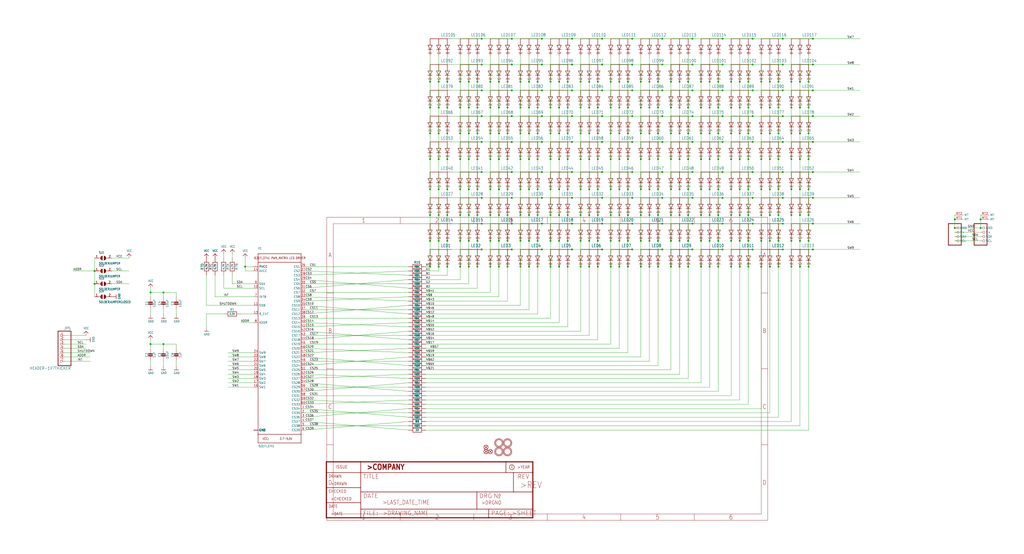
<source format=kicad_sch>
(kicad_sch (version 20211123) (generator eeschema)
  (paper "User" 604.749 327.203)
  (junction (at 401.32 157.48))
  (junction (at 444.5 38.1))
  (junction (at 330.2 111.76))
  (junction (at 401.32 78.74))
  (junction (at 302.26 101.6))
  (junction (at 289.56 78.74))
  (junction (at 388.62 157.48))
  (junction (at 320.04 22.86))
  (junction (at 378.46 78.74))
  (junction (at 441.96 127))
  (junction (at 370.84 111.76))
  (junction (at 431.8 63.5))
  (junction (at 337.82 22.86))
  (junction (at 459.74 93.98))
  (junction (at 477.52 127))
  (junction (at 302.26 83.82))
  (junction (at 254 78.74))
  (junction (at 424.18 111.76))
  (junction (at 414.02 127))
  (junction (at 320.04 147.32))
  (junction (at 373.38 83.82))
  (junction (at 454.66 157.48))
  (junction (at 365.76 48.26))
  (junction (at 259.08 93.98))
  (junction (at 355.6 116.84))
  (junction (at 320.04 53.34))
  (junction (at 477.52 93.98))
  (junction (at 414.02 93.98))
  (junction (at 467.36 78.74))
  (junction (at 419.1 63.5))
  (junction (at 342.9 111.76))
  (junction (at 55.88 167.64))
  (junction (at 449.58 127))
  (junction (at 302.26 116.84))
  (junction (at 401.32 142.24))
  (junction (at 444.5 68.58))
  (junction (at 271.78 127))
  (junction (at 378.46 127))
  (junction (at 307.34 93.98))
  (junction (at 299.72 142.24))
  (junction (at 360.68 111.76))
  (junction (at 360.68 78.74))
  (junction (at 294.64 111.76))
  (junction (at 144.78 157.48))
  (junction (at 480.06 22.86))
  (junction (at 259.08 111.76))
  (junction (at 96.52 203.2))
  (junction (at 472.44 78.74))
  (junction (at 307.34 157.48))
  (junction (at 289.56 142.24))
  (junction (at 459.74 78.74))
  (junction (at 424.18 63.5))
  (junction (at 276.86 127))
  (junction (at 406.4 157.48))
  (junction (at 441.96 111.76))
  (junction (at 289.56 157.48))
  (junction (at 378.46 48.26))
  (junction (at 431.8 78.74))
  (junction (at 579.12 134.62))
  (junction (at 365.76 142.24))
  (junction (at 388.62 93.98))
  (junction (at 419.1 142.24))
  (junction (at 383.54 78.74))
  (junction (at 347.98 48.26))
  (junction (at 264.16 157.48))
  (junction (at 355.6 101.6))
  (junction (at 472.44 63.5))
  (junction (at 325.12 78.74))
  (junction (at 302.26 22.86))
  (junction (at 467.36 127))
  (junction (at 355.6 83.82))
  (junction (at 312.42 63.5))
  (junction (at 370.84 63.5))
  (junction (at 365.76 111.76))
  (junction (at 330.2 93.98))
  (junction (at 449.58 48.26))
  (junction (at 426.72 53.34))
  (junction (at 383.54 93.98))
  (junction (at 264.16 78.74))
  (junction (at 396.24 63.5))
  (junction (at 454.66 142.24))
  (junction (at 299.72 63.5))
  (junction (at 579.12 129.54))
  (junction (at 294.64 127))
  (junction (at 284.48 101.6))
  (junction (at 373.38 68.58))
  (junction (at 320.04 132.08))
  (junction (at 388.62 48.26))
  (junction (at 317.5 157.48))
  (junction (at 370.84 127))
  (junction (at 480.06 38.1))
  (junction (at 284.48 147.32))
  (junction (at 342.9 142.24))
  (junction (at 353.06 157.48))
  (junction (at 365.76 93.98))
  (junction (at 444.5 53.34))
  (junction (at 317.5 142.24))
  (junction (at 436.88 127))
  (junction (at 360.68 127))
  (junction (at 419.1 93.98))
  (junction (at 254 93.98))
  (junction (at 312.42 127))
  (junction (at 335.28 63.5))
  (junction (at 414.02 111.76))
  (junction (at 462.28 116.84))
  (junction (at 467.36 93.98))
  (junction (at 276.86 78.74))
  (junction (at 271.78 111.76))
  (junction (at 299.72 48.26))
  (junction (at 388.62 63.5))
  (junction (at 289.56 48.26))
  (junction (at 307.34 78.74))
  (junction (at 419.1 111.76))
  (junction (at 477.52 63.5))
  (junction (at 426.72 83.82))
  (junction (at 401.32 111.76))
  (junction (at 383.54 111.76))
  (junction (at 259.08 78.74))
  (junction (at 563.88 134.62))
  (junction (at 373.38 147.32))
  (junction (at 391.16 147.32))
  (junction (at 353.06 63.5))
  (junction (at 388.62 111.76))
  (junction (at 317.5 93.98))
  (junction (at 276.86 111.76))
  (junction (at 426.72 22.86))
  (junction (at 436.88 48.26))
  (junction (at 396.24 48.26))
  (junction (at 284.48 38.1))
  (junction (at 355.6 53.34))
  (junction (at 264.16 127))
  (junction (at 281.94 63.5))
  (junction (at 441.96 48.26))
  (junction (at 337.82 38.1))
  (junction (at 408.94 132.08))
  (junction (at 441.96 93.98))
  (junction (at 462.28 22.86))
  (junction (at 444.5 83.82))
  (junction (at 424.18 142.24))
  (junction (at 391.16 68.58))
  (junction (at 299.72 127))
  (junction (at 462.28 68.58))
  (junction (at 401.32 127))
  (junction (at 284.48 53.34))
  (junction (at 388.62 142.24))
  (junction (at 360.68 157.48))
  (junction (at 353.06 93.98))
  (junction (at 370.84 157.48))
  (junction (at 254 127))
  (junction (at 419.1 78.74))
  (junction (at 454.66 78.74))
  (junction (at 477.52 48.26))
  (junction (at 406.4 127))
  (junction (at 373.38 38.1))
  (junction (at 449.58 93.98))
  (junction (at 264.16 93.98))
  (junction (at 467.36 142.24))
  (junction (at 408.94 101.6))
  (junction (at 284.48 68.58))
  (junction (at 436.88 111.76))
  (junction (at 406.4 142.24))
  (junction (at 383.54 127))
  (junction (at 355.6 147.32))
  (junction (at 325.12 157.48))
  (junction (at 88.9 203.2))
  (junction (at 264.16 63.5))
  (junction (at 317.5 127))
  (junction (at 424.18 127))
  (junction (at 325.12 63.5))
  (junction (at 347.98 127))
  (junction (at 467.36 63.5))
  (junction (at 312.42 78.74))
  (junction (at 424.18 93.98))
  (junction (at 373.38 53.34))
  (junction (at 55.88 160.02))
  (junction (at 459.74 111.76))
  (junction (at 396.24 78.74))
  (junction (at 347.98 111.76))
  (junction (at 294.64 63.5))
  (junction (at 335.28 93.98))
  (junction (at 342.9 48.26))
  (junction (at 408.94 68.58))
  (junction (at 383.54 142.24))
  (junction (at 477.52 157.48))
  (junction (at 302.26 147.32))
  (junction (at 454.66 127))
  (junction (at 462.28 83.82))
  (junction (at 444.5 22.86))
  (junction (at 335.28 48.26))
  (junction (at 454.66 63.5))
  (junction (at 342.9 127))
  (junction (at 459.74 157.48))
  (junction (at 289.56 127))
  (junction (at 271.78 93.98))
  (junction (at 337.82 83.82))
  (junction (at 408.94 116.84))
  (junction (at 391.16 132.08))
  (junction (at 406.4 78.74))
  (junction (at 353.06 78.74))
  (junction (at 294.64 78.74))
  (junction (at 325.12 142.24))
  (junction (at 449.58 142.24))
  (junction (at 391.16 53.34))
  (junction (at 424.18 48.26))
  (junction (at 436.88 78.74))
  (junction (at 299.72 111.76))
  (junction (at 294.64 157.48))
  (junction (at 391.16 22.86))
  (junction (at 477.52 78.74))
  (junction (at 299.72 157.48))
  (junction (at 441.96 63.5))
  (junction (at 330.2 127))
  (junction (at 317.5 111.76))
  (junction (at 289.56 63.5))
  (junction (at 294.64 93.98))
  (junction (at 424.18 78.74))
  (junction (at 320.04 83.82))
  (junction (at 281.94 111.76))
  (junction (at 330.2 63.5))
  (junction (at 312.42 111.76))
  (junction (at 254 63.5))
  (junction (at 353.06 48.26))
  (junction (at 419.1 127))
  (junction (at 271.78 142.24))
  (junction (at 325.12 127))
  (junction (at 441.96 142.24))
  (junction (at 414.02 63.5))
  (junction (at 408.94 38.1))
  (junction (at 408.94 83.82))
  (junction (at 335.28 142.24))
  (junction (at 459.74 63.5))
  (junction (at 337.82 53.34))
  (junction (at 459.74 48.26))
  (junction (at 254 111.76))
  (junction (at 426.72 147.32))
  (junction (at 449.58 111.76))
  (junction (at 454.66 48.26))
  (junction (at 307.34 127))
  (junction (at 271.78 157.48))
  (junction (at 459.74 142.24))
  (junction (at 391.16 101.6))
  (junction (at 276.86 93.98))
  (junction (at 383.54 48.26))
  (junction (at 317.5 48.26))
  (junction (at 373.38 116.84))
  (junction (at 360.68 48.26))
  (junction (at 337.82 132.08))
  (junction (at 431.8 142.24))
  (junction (at 436.88 157.48))
  (junction (at 302.26 53.34))
  (junction (at 317.5 78.74))
  (junction (at 396.24 111.76))
  (junction (at 302.26 68.58))
  (junction (at 289.56 111.76))
  (junction (at 307.34 48.26))
  (junction (at 299.72 78.74))
  (junction (at 426.72 68.58))
  (junction (at 281.94 142.24))
  (junction (at 365.76 157.48))
  (junction (at 414.02 48.26))
  (junction (at 360.68 63.5))
  (junction (at 307.34 142.24))
  (junction (at 347.98 157.48))
  (junction (at 472.44 48.26))
  (junction (at 391.16 38.1))
  (junction (at 259.08 142.24))
  (junction (at 317.5 63.5))
  (junction (at 467.36 48.26))
  (junction (at 355.6 38.1))
  (junction (at 254 142.24))
  (junction (at 444.5 101.6))
  (junction (at 335.28 111.76))
  (junction (at 401.32 48.26))
  (junction (at 449.58 63.5))
  (junction (at 441.96 78.74))
  (junction (at 480.06 116.84))
  (junction (at 259.08 127))
  (junction (at 408.94 147.32))
  (junction (at 419.1 48.26))
  (junction (at 337.82 147.32))
  (junction (at 355.6 22.86))
  (junction (at 431.8 48.26))
  (junction (at 426.72 101.6))
  (junction (at 426.72 116.84))
  (junction (at 462.28 101.6))
  (junction (at 449.58 157.48))
  (junction (at 459.74 127))
  (junction (at 396.24 157.48))
  (junction (at 370.84 142.24))
  (junction (at 264.16 142.24))
  (junction (at 264.16 111.76))
  (junction (at 467.36 157.48))
  (junction (at 396.24 127))
  (junction (at 370.84 78.74))
  (junction (at 373.38 22.86))
  (junction (at 330.2 78.74))
  (junction (at 320.04 38.1))
  (junction (at 284.48 116.84))
  (junction (at 325.12 111.76))
  (junction (at 254 48.26))
  (junction (at 284.48 22.86))
  (junction (at 284.48 132.08))
  (junction (at 330.2 48.26))
  (junction (at 347.98 93.98))
  (junction (at 477.52 111.76))
  (junction (at 360.68 142.24))
  (junction (at 431.8 93.98))
  (junction (at 378.46 93.98))
  (junction (at 396.24 93.98))
  (junction (at 373.38 132.08))
  (junction (at 563.88 129.54))
  (junction (at 444.5 132.08))
  (junction (at 276.86 63.5))
  (junction (at 254 157.48))
  (junction (at 480.06 68.58))
  (junction (at 436.88 93.98))
  (junction (at 271.78 78.74))
  (junction (at 472.44 111.76))
  (junction (at 294.64 142.24))
  (junction (at 330.2 142.24))
  (junction (at 353.06 142.24))
  (junction (at 388.62 127))
  (junction (at 408.94 22.86))
  (junction (at 312.42 48.26))
  (junction (at 276.86 157.48))
  (junction (at 472.44 142.24))
  (junction (at 472.44 93.98))
  (junction (at 436.88 63.5))
  (junction (at 320.04 116.84))
  (junction (at 480.06 101.6))
  (junction (at 335.28 127))
  (junction (at 337.82 101.6))
  (junction (at 370.84 48.26))
  (junction (at 467.36 111.76))
  (junction (at 454.66 93.98))
  (junction (at 431.8 127))
  (junction (at 472.44 157.48))
  (junction (at 325.12 48.26))
  (junction (at 335.28 157.48))
  (junction (at 342.9 157.48))
  (junction (at 444.5 147.32))
  (junction (at 462.28 147.32))
  (junction (at 335.28 78.74))
  (junction (at 365.76 78.74))
  (junction (at 307.34 111.76))
  (junction (at 444.5 116.84))
  (junction (at 419.1 157.48))
  (junction (at 365.76 63.5))
  (junction (at 480.06 132.08))
  (junction (at 299.72 93.98))
  (junction (at 406.4 48.26))
  (junction (at 347.98 78.74))
  (junction (at 289.56 93.98))
  (junction (at 373.38 101.6))
  (junction (at 406.4 93.98))
  (junction (at 302.26 132.08))
  (junction (at 281.94 48.26))
  (junction (at 342.9 63.5))
  (junction (at 414.02 157.48))
  (junction (at 414.02 142.24))
  (junction (at 294.64 48.26))
  (junction (at 355.6 132.08))
  (junction (at 378.46 157.48))
  (junction (at 96.52 172.72))
  (junction (at 342.9 93.98))
  (junction (at 281.94 93.98))
  (junction (at 342.9 78.74))
  (junction (at 431.8 157.48))
  (junction (at 431.8 111.76))
  (junction (at 337.82 116.84))
  (junction (at 436.88 142.24))
  (junction (at 391.16 116.84))
  (junction (at 353.06 111.76))
  (junction (at 259.08 157.48))
  (junction (at 441.96 157.48))
  (junction (at 480.06 147.32))
  (junction (at 383.54 157.48))
  (junction (at 307.34 63.5))
  (junction (at 424.18 157.48))
  (junction (at 271.78 48.26))
  (junction (at 472.44 127))
  (junction (at 378.46 63.5))
  (junction (at 401.32 63.5))
  (junction (at 271.78 63.5))
  (junction (at 320.04 101.6))
  (junction (at 276.86 142.24))
  (junction (at 406.4 111.76))
  (junction (at 347.98 63.5))
  (junction (at 337.82 68.58))
  (junction (at 454.66 111.76))
  (junction (at 281.94 127))
  (junction (at 281.94 157.48))
  (junction (at 480.06 83.82))
  (junction (at 353.06 127))
  (junction (at 388.62 78.74))
  (junction (at 355.6 68.58))
  (junction (at 480.06 53.34))
  (junction (at 406.4 63.5))
  (junction (at 449.58 78.74))
  (junction (at 378.46 111.76))
  (junction (at 426.72 132.08))
  (junction (at 365.76 127))
  (junction (at 302.26 38.1))
  (junction (at 378.46 142.24))
  (junction (at 88.9 172.72))
  (junction (at 259.08 63.5))
  (junction (at 264.16 48.26))
  (junction (at 284.48 83.82))
  (junction (at 462.28 132.08))
  (junction (at 396.24 142.24))
  (junction (at 360.68 93.98))
  (junction (at 462.28 38.1))
  (junction (at 391.16 83.82))
  (junction (at 462.28 53.34))
  (junction (at 401.32 93.98))
  (junction (at 276.86 48.26))
  (junction (at 414.02 78.74))
  (junction (at 370.84 93.98))
  (junction (at 312.42 93.98))
  (junction (at 383.54 63.5))
  (junction (at 347.98 142.24))
  (junction (at 325.12 93.98))
  (junction (at 259.08 48.26))
  (junction (at 426.72 38.1))
  (junction (at 330.2 157.48))
  (junction (at 408.94 53.34))
  (junction (at 312.42 157.48))
  (junction (at 312.42 142.24))
  (junction (at 477.52 142.24))
  (junction (at 320.04 68.58))
  (junction (at 281.94 78.74))
  (wire (pts (xy 88.9 172.72) (xy 88.9 175.26)))
  (wire (pts (xy 320.04 83.82) (xy 337.82 83.82)))
  (wire (pts (xy 241.3 165.1) (xy 180.34 170.18)))
  (wire (pts (xy 426.72 38.1) (xy 444.5 38.1)))
  (wire (pts (xy 454.66 78.74) (xy 454.66 63.5)))
  (wire (pts (xy 360.68 127) (xy 360.68 111.76)))
  (wire (pts (xy 294.64 63.5) (xy 294.64 78.74)))
  (wire (pts (xy 459.74 63.5) (xy 459.74 78.74)))
  (wire (pts (xy 353.06 111.76) (xy 353.06 127)))
  (wire (pts (xy 251.46 182.88) (xy 312.42 182.88)))
  (wire (pts (xy 294.64 33.02) (xy 294.64 48.26)))
  (wire (pts (xy 408.94 147.32) (xy 426.72 147.32)))
  (wire (pts (xy 383.54 48.26) (xy 383.54 33.02)))
  (wire (pts (xy 388.62 48.26) (xy 388.62 33.02)))
  (wire (pts (xy 320.04 53.34) (xy 337.82 53.34)))
  (wire (pts (xy 251.46 187.96) (xy 325.12 187.96)))
  (wire (pts (xy 424.18 127) (xy 424.18 142.24)))
  (wire (pts (xy 284.48 53.34) (xy 302.26 53.34)))
  (wire (pts (xy 414.02 127) (xy 414.02 142.24)))
  (wire (pts (xy 180.34 243.84) (xy 241.3 243.84)))
  (wire (pts (xy 414.02 142.24) (xy 414.02 157.48)))
  (wire (pts (xy 254 93.98) (xy 254 78.74)))
  (wire (pts (xy 132.08 149.86) (xy 132.08 152.4)))
  (wire (pts (xy 289.56 142.24) (xy 289.56 127)))
  (wire (pts (xy 373.38 116.84) (xy 391.16 116.84)))
  (wire (pts (xy 347.98 157.48) (xy 347.98 142.24)))
  (wire (pts (xy 401.32 142.24) (xy 401.32 127)))
  (wire (pts (xy 383.54 157.48) (xy 383.54 142.24)))
  (wire (pts (xy 53.34 210.82) (xy 38.1 210.82)))
  (wire (pts (xy 180.34 220.98) (xy 241.3 223.52)))
  (wire (pts (xy 419.1 127) (xy 419.1 111.76)))
  (wire (pts (xy 254 78.74) (xy 254 63.5)))
  (wire (pts (xy 325.12 63.5) (xy 325.12 48.26)))
  (wire (pts (xy 281.94 127) (xy 281.94 142.24)))
  (wire (pts (xy 325.12 93.98) (xy 325.12 78.74)))
  (wire (pts (xy 149.86 228.6) (xy 134.62 228.6)))
  (wire (pts (xy 347.98 93.98) (xy 347.98 78.74)))
  (wire (pts (xy 383.54 142.24) (xy 383.54 127)))
  (wire (pts (xy 424.18 78.74) (xy 424.18 93.98)))
  (wire (pts (xy 480.06 132.08) (xy 508 132.08)))
  (wire (pts (xy 441.96 111.76) (xy 441.96 93.98)))
  (wire (pts (xy 241.3 175.26) (xy 180.34 177.8)))
  (wire (pts (xy 38.1 208.28) (xy 53.34 208.28)))
  (wire (pts (xy 330.2 111.76) (xy 330.2 127)))
  (wire (pts (xy 462.28 132.08) (xy 480.06 132.08)))
  (wire (pts (xy 396.24 111.76) (xy 396.24 127)))
  (wire (pts (xy 441.96 157.48) (xy 441.96 142.24)))
  (wire (pts (xy 414.02 48.26) (xy 414.02 63.5)))
  (wire (pts (xy 401.32 157.48) (xy 401.32 142.24)))
  (wire (pts (xy 436.88 93.98) (xy 436.88 111.76)))
  (wire (pts (xy 480.06 53.34) (xy 508 53.34)))
  (wire (pts (xy 266.7 83.82) (xy 284.48 83.82)))
  (wire (pts (xy 337.82 147.32) (xy 355.6 147.32)))
  (wire (pts (xy 342.9 33.02) (xy 342.9 48.26)))
  (wire (pts (xy 408.94 38.1) (xy 426.72 38.1)))
  (wire (pts (xy 444.5 101.6) (xy 462.28 101.6)))
  (wire (pts (xy 251.46 160.02) (xy 259.08 160.02)))
  (wire (pts (xy 266.7 116.84) (xy 284.48 116.84)))
  (wire (pts (xy 472.44 93.98) (xy 472.44 111.76)))
  (wire (pts (xy 347.98 142.24) (xy 347.98 127)))
  (wire (pts (xy 137.16 167.64) (xy 137.16 162.56)))
  (wire (pts (xy 251.46 170.18) (xy 281.94 170.18)))
  (wire (pts (xy 289.56 63.5) (xy 289.56 48.26)))
  (wire (pts (xy 281.94 170.18) (xy 281.94 157.48)))
  (wire (pts (xy 330.2 190.5) (xy 330.2 157.48)))
  (wire (pts (xy 312.42 182.88) (xy 312.42 157.48)))
  (wire (pts (xy 472.44 142.24) (xy 472.44 127)))
  (wire (pts (xy 454.66 142.24) (xy 454.66 127)))
  (wire (pts (xy 355.6 38.1) (xy 373.38 38.1)))
  (wire (pts (xy 271.78 33.02) (xy 271.78 48.26)))
  (wire (pts (xy 259.08 127) (xy 259.08 142.24)))
  (wire (pts (xy 378.46 93.98) (xy 378.46 78.74)))
  (wire (pts (xy 388.62 215.9) (xy 388.62 157.48)))
  (wire (pts (xy 317.5 185.42) (xy 317.5 157.48)))
  (wire (pts (xy 38.1 198.12) (xy 50.8 198.12)))
  (wire (pts (xy 241.3 187.96) (xy 180.34 187.96)))
  (wire (pts (xy 144.78 157.48) (xy 144.78 152.4)))
  (wire (pts (xy 149.86 180.34) (xy 121.92 180.34)))
  (wire (pts (xy 259.08 33.02) (xy 259.08 48.26)))
  (wire (pts (xy 55.88 167.64) (xy 55.88 175.26)))
  (wire (pts (xy 426.72 22.86) (xy 444.5 22.86)))
  (wire (pts (xy 462.28 68.58) (xy 480.06 68.58)))
  (wire (pts (xy 406.4 111.76) (xy 406.4 127)))
  (wire (pts (xy 289.56 48.26) (xy 289.56 33.02)))
  (wire (pts (xy 259.08 111.76) (xy 259.08 127)))
  (wire (pts (xy 312.42 111.76) (xy 312.42 127)))
  (wire (pts (xy 88.9 213.36) (xy 88.9 215.9)))
  (wire (pts (xy 355.6 83.82) (xy 373.38 83.82)))
  (wire (pts (xy 180.34 182.88) (xy 241.3 182.88)))
  (wire (pts (xy 335.28 33.02) (xy 335.28 48.26)))
  (wire (pts (xy 251.46 254) (xy 477.52 254)))
  (wire (pts (xy 180.34 205.74) (xy 241.3 208.28)))
  (wire (pts (xy 88.9 182.88) (xy 88.9 185.42)))
  (wire (pts (xy 436.88 111.76) (xy 436.88 127)))
  (wire (pts (xy 408.94 101.6) (xy 426.72 101.6)))
  (wire (pts (xy 241.3 220.98) (xy 180.34 223.52)))
  (wire (pts (xy 271.78 93.98) (xy 271.78 111.76)))
  (wire (pts (xy 134.62 220.98) (xy 149.86 220.98)))
  (wire (pts (xy 132.08 185.42) (xy 121.92 185.42)))
  (wire (pts (xy 149.86 223.52) (xy 134.62 223.52)))
  (wire (pts (xy 241.3 198.12) (xy 180.34 198.12)))
  (wire (pts (xy 276.86 142.24) (xy 276.86 127)))
  (wire (pts (xy 396.24 218.44) (xy 396.24 157.48)))
  (wire (pts (xy 444.5 147.32) (xy 462.28 147.32)))
  (wire (pts (xy 477.52 111.76) (xy 477.52 93.98)))
  (wire (pts (xy 355.6 68.58) (xy 373.38 68.58)))
  (wire (pts (xy 388.62 78.74) (xy 388.62 63.5)))
  (wire (pts (xy 259.08 48.26) (xy 259.08 63.5)))
  (wire (pts (xy 180.34 175.26) (xy 241.3 177.8)))
  (wire (pts (xy 353.06 33.02) (xy 353.06 48.26)))
  (wire (pts (xy 426.72 83.82) (xy 444.5 83.82)))
  (wire (pts (xy 127 175.26) (xy 127 162.56)))
  (wire (pts (xy 241.3 210.82) (xy 180.34 215.9)))
  (wire (pts (xy 360.68 157.48) (xy 360.68 142.24)))
  (wire (pts (xy 144.78 160.02) (xy 144.78 157.48)))
  (wire (pts (xy 467.36 111.76) (xy 467.36 127)))
  (wire (pts (xy 317.5 33.02) (xy 317.5 48.26)))
  (wire (pts (xy 370.84 93.98) (xy 370.84 111.76)))
  (wire (pts (xy 477.52 111.76) (xy 477.52 127)))
  (wire (pts (xy 299.72 142.24) (xy 299.72 127)))
  (wire (pts (xy 264.16 157.48) (xy 264.16 142.24)))
  (wire (pts (xy 307.34 157.48) (xy 307.34 142.24)))
  (wire (pts (xy 441.96 63.5) (xy 441.96 48.26)))
  (wire (pts (xy 307.34 180.34) (xy 307.34 157.48)))
  (wire (pts (xy 408.94 83.82) (xy 426.72 83.82)))
  (wire (pts (xy 401.32 78.74) (xy 401.32 63.5)))
  (wire (pts (xy 370.84 127) (xy 370.84 142.24)))
  (wire (pts (xy 251.46 203.2) (xy 360.68 203.2)))
  (wire (pts (xy 325.12 157.48) (xy 325.12 142.24)))
  (wire (pts (xy 480.06 38.1) (xy 508 38.1)))
  (wire (pts (xy 271.78 142.24) (xy 271.78 157.48)))
  (wire (pts (xy 104.14 172.72) (xy 104.14 175.26)))
  (wire (pts (xy 373.38 101.6) (xy 391.16 101.6)))
  (wire (pts (xy 276.86 127) (xy 276.86 111.76)))
  (wire (pts (xy 459.74 142.24) (xy 459.74 157.48)))
  (wire (pts (xy 299.72 63.5) (xy 299.72 48.26)))
  (wire (pts (xy 320.04 147.32) (xy 337.82 147.32)))
  (wire (pts (xy 355.6 22.86) (xy 373.38 22.86)))
  (wire (pts (xy 436.88 33.02) (xy 436.88 48.26)))
  (wire (pts (xy 391.16 68.58) (xy 408.94 68.58)))
  (wire (pts (xy 347.98 198.12) (xy 347.98 157.48)))
  (wire (pts (xy 251.46 241.3) (xy 449.58 241.3)))
  (wire (pts (xy 284.48 116.84) (xy 302.26 116.84)))
  (wire (pts (xy 325.12 142.24) (xy 325.12 127)))
  (wire (pts (xy 276.86 167.64) (xy 276.86 157.48)))
  (wire (pts (xy 330.2 63.5) (xy 330.2 78.74)))
  (wire (pts (xy 401.32 48.26) (xy 401.32 33.02)))
  (wire (pts (xy 353.06 142.24) (xy 353.06 157.48)))
  (wire (pts (xy 337.82 116.84) (xy 355.6 116.84)))
  (wire (pts (xy 180.34 213.36) (xy 241.3 213.36)))
  (wire (pts (xy 180.34 226.06) (xy 241.3 231.14)))
  (wire (pts (xy 431.8 63.5) (xy 431.8 48.26)))
  (wire (pts (xy 360.68 93.98) (xy 360.68 78.74)))
  (wire (pts (xy 370.84 63.5) (xy 370.84 78.74)))
  (wire (pts (xy 406.4 78.74) (xy 406.4 93.98)))
  (wire (pts (xy 563.88 134.62) (xy 579.12 134.62)))
  (wire (pts (xy 241.3 170.18) (xy 180.34 165.1)))
  (wire (pts (xy 317.5 111.76) (xy 317.5 127)))
  (wire (pts (xy 449.58 111.76) (xy 449.58 127)))
  (wire (pts (xy 373.38 53.34) (xy 391.16 53.34)))
  (wire (pts (xy 378.46 63.5) (xy 378.46 48.26)))
  (wire (pts (xy 459.74 33.02) (xy 459.74 48.26)))
  (wire (pts (xy 419.1 78.74) (xy 419.1 63.5)))
  (wire (pts (xy 149.86 215.9) (xy 134.62 215.9)))
  (wire (pts (xy 373.38 132.08) (xy 391.16 132.08)))
  (wire (pts (xy 454.66 127) (xy 454.66 111.76)))
  (wire (pts (xy 251.46 167.64) (xy 276.86 167.64)))
  (wire (pts (xy 259.08 78.74) (xy 259.08 93.98)))
  (wire (pts (xy 337.82 22.86) (xy 355.6 22.86)))
  (wire (pts (xy 467.36 63.5) (xy 467.36 78.74)))
  (wire (pts (xy 307.34 127) (xy 307.34 111.76)))
  (wire (pts (xy 391.16 38.1) (xy 408.94 38.1)))
  (wire (pts (xy 472.44 48.26) (xy 472.44 33.02)))
  (wire (pts (xy 96.52 203.2) (xy 104.14 203.2)))
  (wire (pts (xy 271.78 48.26) (xy 271.78 63.5)))
  (wire (pts (xy 383.54 127) (xy 383.54 111.76)))
  (wire (pts (xy 477.52 33.02) (xy 477.52 48.26)))
  (wire (pts (xy 281.94 33.02) (xy 281.94 48.26)))
  (wire (pts (xy 406.4 63.5) (xy 406.4 78.74)))
  (wire (pts (xy 241.3 160.02) (xy 180.34 162.56)))
  (wire (pts (xy 320.04 116.84) (xy 337.82 116.84)))
  (wire (pts (xy 121.92 180.34) (xy 121.92 162.56)))
  (wire (pts (xy 441.96 93.98) (xy 441.96 78.74)))
  (wire (pts (xy 251.46 210.82) (xy 378.46 210.82)))
  (wire (pts (xy 347.98 78.74) (xy 347.98 63.5)))
  (wire (pts (xy 335.28 93.98) (xy 335.28 111.76)))
  (wire (pts (xy 396.24 142.24) (xy 396.24 157.48)))
  (wire (pts (xy 355.6 101.6) (xy 373.38 101.6)))
  (wire (pts (xy 330.2 127) (xy 330.2 142.24)))
  (wire (pts (xy 276.86 63.5) (xy 276.86 48.26)))
  (wire (pts (xy 241.3 193.04) (xy 180.34 190.5)))
  (wire (pts (xy 414.02 63.5) (xy 414.02 78.74)))
  (wire (pts (xy 266.7 22.86) (xy 284.48 22.86)))
  (wire (pts (xy 472.44 127) (xy 472.44 111.76)))
  (wire (pts (xy 360.68 203.2) (xy 360.68 157.48)))
  (wire (pts (xy 337.82 68.58) (xy 355.6 68.58)))
  (wire (pts (xy 378.46 111.76) (xy 378.46 93.98)))
  (wire (pts (xy 251.46 198.12) (xy 347.98 198.12)))
  (wire (pts (xy 388.62 127) (xy 388.62 111.76)))
  (wire (pts (xy 149.86 210.82) (xy 134.62 210.82)))
  (wire (pts (xy 299.72 127) (xy 299.72 111.76)))
  (wire (pts (xy 294.64 78.74) (xy 294.64 93.98)))
  (wire (pts (xy 302.26 68.58) (xy 320.04 68.58)))
  (wire (pts (xy 317.5 78.74) (xy 317.5 93.98)))
  (wire (pts (xy 462.28 53.34) (xy 480.06 53.34)))
  (wire (pts (xy 388.62 157.48) (xy 388.62 142.24)))
  (wire (pts (xy 347.98 48.26) (xy 347.98 33.02)))
  (wire (pts (xy 431.8 78.74) (xy 431.8 63.5)))
  (wire (pts (xy 271.78 127) (xy 271.78 142.24)))
  (wire (pts (xy 335.28 78.74) (xy 335.28 93.98)))
  (wire (pts (xy 251.46 175.26) (xy 294.64 175.26)))
  (wire (pts (xy 342.9 111.76) (xy 342.9 127)))
  (wire (pts (xy 467.36 142.24) (xy 467.36 157.48)))
  (wire (pts (xy 347.98 127) (xy 347.98 111.76)))
  (wire (pts (xy 373.38 147.32) (xy 391.16 147.32)))
  (wire (pts (xy 563.88 137.16) (xy 579.12 137.16)))
  (wire (pts (xy 467.36 78.74) (xy 467.36 93.98)))
  (wire (pts (xy 96.52 213.36) (xy 96.52 215.9)))
  (wire (pts (xy 320.04 132.08) (xy 337.82 132.08)))
  (wire (pts (xy 365.76 142.24) (xy 365.76 157.48)))
  (wire (pts (xy 302.26 101.6) (xy 320.04 101.6)))
  (wire (pts (xy 325.12 127) (xy 325.12 111.76)))
  (wire (pts (xy 441.96 78.74) (xy 441.96 63.5)))
  (wire (pts (xy 266.7 53.34) (xy 284.48 53.34)))
  (wire (pts (xy 472.44 63.5) (xy 472.44 48.26)))
  (wire (pts (xy 259.08 142.24) (xy 259.08 157.48)))
  (wire (pts (xy 406.4 223.52) (xy 406.4 157.48)))
  (wire (pts (xy 454.66 243.84) (xy 454.66 157.48)))
  (wire (pts (xy 355.6 53.34) (xy 373.38 53.34)))
  (wire (pts (xy 251.46 180.34) (xy 307.34 180.34)))
  (wire (pts (xy 149.86 170.18) (xy 132.08 170.18)))
  (wire (pts (xy 281.94 142.24) (xy 281.94 157.48)))
  (wire (pts (xy 347.98 111.76) (xy 347.98 93.98)))
  (wire (pts (xy 251.46 226.06) (xy 414.02 226.06)))
  (wire (pts (xy 449.58 127) (xy 449.58 142.24)))
  (wire (pts (xy 289.56 93.98) (xy 289.56 78.74)))
  (wire (pts (xy 312.42 78.74) (xy 312.42 93.98)))
  (wire (pts (xy 38.1 205.74) (xy 50.8 205.74)))
  (wire (pts (xy 307.34 63.5) (xy 307.34 48.26)))
  (wire (pts (xy 579.12 139.7) (xy 563.88 139.7)))
  (wire (pts (xy 299.72 48.26) (xy 299.72 33.02)))
  (wire (pts (xy 431.8 48.26) (xy 431.8 33.02)))
  (wire (pts (xy 419.1 93.98) (xy 419.1 78.74)))
  (wire (pts (xy 299.72 93.98) (xy 299.72 78.74)))
  (wire (pts (xy 264.16 78.74) (xy 264.16 63.5)))
  (wire (pts (xy 251.46 236.22) (xy 436.88 236.22)))
  (wire (pts (xy 365.76 63.5) (xy 365.76 78.74)))
  (wire (pts (xy 444.5 53.34) (xy 462.28 53.34)))
  (wire (pts (xy 378.46 48.26) (xy 378.46 33.02)))
  (wire (pts (xy 254 127) (xy 254 111.76)))
  (wire (pts (xy 302.26 132.08) (xy 320.04 132.08)))
  (wire (pts (xy 88.9 172.72) (xy 96.52 172.72)))
  (wire (pts (xy 241.3 251.46) (xy 180.34 251.46)))
  (wire (pts (xy 360.68 48.26) (xy 360.68 33.02)))
  (wire (pts (xy 180.34 167.64) (xy 241.3 167.64)))
  (wire (pts (xy 408.94 68.58) (xy 426.72 68.58)))
  (wire (pts (xy 424.18 231.14) (xy 424.18 157.48)))
  (wire (pts (xy 419.1 142.24) (xy 419.1 127)))
  (wire (pts (xy 66.04 160.02) (xy 76.2 160.02)))
  (wire (pts (xy 391.16 101.6) (xy 408.94 101.6)))
  (wire (pts (xy 289.56 157.48) (xy 289.56 142.24)))
  (wire (pts (xy 307.34 48.26) (xy 307.34 33.02)))
  (wire (pts (xy 88.9 170.18) (xy 88.9 172.72)))
  (wire (pts (xy 325.12 48.26) (xy 325.12 33.02)))
  (wire (pts (xy 38.1 203.2) (xy 50.8 203.2)))
  (wire (pts (xy 454.66 93.98) (xy 454.66 78.74)))
  (wire (pts (xy 426.72 116.84) (xy 444.5 116.84)))
  (wire (pts (xy 365.76 93.98) (xy 365.76 111.76)))
  (wire (pts (xy 426.72 147.32) (xy 444.5 147.32)))
  (wire (pts (xy 383.54 63.5) (xy 383.54 48.26)))
  (wire (pts (xy 276.86 157.48) (xy 276.86 142.24)))
  (wire (pts (xy 563.88 129.54) (xy 563.88 134.62)))
  (wire (pts (xy 251.46 157.48) (xy 254 157.48)))
  (wire (pts (xy 388.62 63.5) (xy 388.62 48.26)))
  (wire (pts (xy 424.18 93.98) (xy 424.18 111.76)))
  (wire (pts (xy 251.46 215.9) (xy 388.62 215.9)))
  (wire (pts (xy 419.1 111.76) (xy 419.1 93.98)))
  (wire (pts (xy 302.26 83.82) (xy 320.04 83.82)))
  (wire (pts (xy 342.9 48.26) (xy 342.9 63.5)))
  (wire (pts (xy 284.48 132.08) (xy 302.26 132.08)))
  (wire (pts (xy 406.4 33.02) (xy 406.4 48.26)))
  (wire (pts (xy 307.34 111.76) (xy 307.34 93.98)))
  (wire (pts (xy 180.34 241.3) (xy 241.3 246.38)))
  (wire (pts (xy 251.46 220.98) (xy 401.32 220.98)))
  (wire (pts (xy 254 48.26) (xy 254 33.02)))
  (wire (pts (xy 337.82 101.6) (xy 355.6 101.6)))
  (wire (pts (xy 241.3 157.48) (xy 180.34 157.48)))
  (wire (pts (xy 462.28 101.6) (xy 480.06 101.6)))
  (wire (pts (xy 284.48 83.82) (xy 302.26 83.82)))
  (wire (pts (xy 459.74 127) (xy 459.74 142.24)))
  (wire (pts (xy 312.42 142.24) (xy 312.42 157.48)))
  (wire (pts (xy 281.94 111.76) (xy 281.94 127)))
  (wire (pts (xy 414.02 93.98) (xy 414.02 111.76)))
  (wire (pts (xy 441.96 142.24) (xy 441.96 127)))
  (wire (pts (xy 355.6 132.08) (xy 373.38 132.08)))
  (wire (pts (xy 436.88 236.22) (xy 436.88 157.48)))
  (wire (pts (xy 289.56 127) (xy 289.56 111.76)))
  (wire (pts (xy 454.66 157.48) (xy 454.66 142.24)))
  (wire (pts (xy 426.72 53.34) (xy 444.5 53.34)))
  (wire (pts (xy 396.24 127) (xy 396.24 142.24)))
  (wire (pts (xy 424.18 142.24) (xy 424.18 157.48)))
  (wire (pts (xy 149.86 160.02) (xy 144.78 160.02)))
  (wire (pts (xy 320.04 38.1) (xy 337.82 38.1)))
  (wire (pts (xy 396.24 33.02) (xy 396.24 48.26)))
  (wire (pts (xy 251.46 200.66) (xy 353.06 200.66)))
  (wire (pts (xy 251.46 190.5) (xy 330.2 190.5)))
  (wire (pts (xy 241.3 241.3) (xy 180.34 246.38)))
  (wire (pts (xy 330.2 111.76) (xy 330.2 93.98)))
  (wire (pts (xy 251.46 162.56) (xy 264.16 162.56)))
  (wire (pts (xy 353.06 63.5) (xy 353.06 78.74)))
  (wire (pts (xy 134.62 218.44) (xy 149.86 218.44)))
  (wire (pts (xy 180.34 248.92) (xy 241.3 254)))
  (wire (pts (xy 96.52 203.2) (xy 96.52 205.74)))
  (wire (pts (xy 251.46 228.6) (xy 419.1 228.6)))
  (wire (pts (xy 563.88 127) (xy 563.88 129.54)))
  (wire (pts (xy 408.94 116.84) (xy 426.72 116.84)))
  (wire (pts (xy 241.3 236.22) (xy 180.34 238.76)))
  (wire (pts (xy 480.06 101.6) (xy 508 101.6)))
  (wire (pts (xy 299.72 177.8) (xy 299.72 157.48)))
  (wire (pts (xy 259.08 160.02) (xy 259.08 157.48)))
  (wire (pts (xy 431.8 142.24) (xy 431.8 127)))
  (wire (pts (xy 149.86 185.42) (xy 142.24 185.42)))
  (wire (pts (xy 441.96 48.26) (xy 441.96 33.02)))
  (wire (pts (xy 55.88 152.4) (xy 55.88 160.02)))
  (wire (pts (xy 449.58 142.24) (xy 449.58 157.48)))
  (wire (pts (xy 388.62 93.98) (xy 388.62 111.76)))
  (wire (pts (xy 149.86 226.06) (xy 134.62 226.06)))
  (wire (pts (xy 342.9 142.24) (xy 342.9 157.48)))
  (wire (pts (xy 180.34 228.6) (xy 241.3 228.6)))
  (wire (pts (xy 444.5 68.58) (xy 462.28 68.58)))
  (wire (pts (xy 241.3 226.06) (xy 180.34 231.14)))
  (wire (pts (xy 467.36 33.02) (xy 467.36 48.26)))
  (wire (pts (xy 360.68 63.5) (xy 360.68 48.26)))
  (wire (pts (xy 312.42 33.02) (xy 312.42 48.26)))
  (wire (pts (xy 284.48 68.58) (xy 302.26 68.58)))
  (wire (pts (xy 317.5 142.24) (xy 317.5 157.48)))
  (wire (pts (xy 360.68 111.76) (xy 360.68 93.98)))
  (wire (pts (xy 302.26 38.1) (xy 320.04 38.1)))
  (wire (pts (xy 391.16 132.08) (xy 408.94 132.08)))
  (wire (pts (xy 419.1 63.5) (xy 419.1 48.26)))
  (wire (pts (xy 284.48 38.1) (xy 302.26 38.1)))
  (wire (pts (xy 264.16 63.5) (xy 264.16 48.26)))
  (wire (pts (xy 449.58 63.5) (xy 449.58 78.74)))
  (wire (pts (xy 251.46 172.72) (xy 289.56 172.72)))
  (wire (pts (xy 477.52 254) (xy 477.52 157.48)))
  (wire (pts (xy 284.48 147.32) (xy 302.26 147.32)))
  (wire (pts (xy 370.84 33.02) (xy 370.84 48.26)))
  (wire (pts (xy 312.42 93.98) (xy 312.42 111.76)))
  (wire (pts (xy 391.16 116.84) (xy 408.94 116.84)))
  (wire (pts (xy 378.46 78.74) (xy 378.46 63.5)))
  (wire (pts (xy 444.5 38.1) (xy 462.28 38.1)))
  (wire (pts (xy 299.72 78.74) (xy 299.72 63.5)))
  (wire (pts (xy 472.44 157.48) (xy 472.44 251.46)))
  (wire (pts (xy 330.2 48.26) (xy 330.2 63.5)))
  (wire (pts (xy 149.86 167.64) (xy 137.16 167.64)))
  (wire (pts (xy 365.76 78.74) (xy 365.76 93.98)))
  (wire (pts (xy 378.46 210.82) (xy 378.46 157.48)))
  (wire (pts (xy 401.32 93.98) (xy 401.32 78.74)))
  (wire (pts (xy 467.36 127) (xy 467.36 142.24)))
  (wire (pts (xy 396.24 48.26) (xy 396.24 63.5)))
  (wire (pts (xy 312.42 127) (xy 312.42 142.24)))
  (wire (pts (xy 337.82 132.08) (xy 355.6 132.08)))
  (wire (pts (xy 251.46 246.38) (xy 459.74 246.38)))
  (wire (pts (xy 241.3 190.5) (xy 180.34 193.04)))
  (wire (pts (xy 251.46 177.8) (xy 299.72 177.8)))
  (wire (pts (xy 579.12 129.54) (xy 579.12 127)))
  (wire (pts (xy 414.02 226.06) (xy 414.02 157.48)))
  (wire (pts (xy 251.46 231.14) (xy 424.18 231.14)))
  (wire (pts (xy 431.8 93.98) (xy 431.8 78.74)))
  (wire (pts (xy 281.94 63.5) (xy 281.94 78.74)))
  (wire (pts (xy 335.28 111.76) (xy 335.28 127)))
  (wire (pts (xy 419.1 48.26) (xy 419.1 33.02)))
  (wire (pts (xy 251.46 213.36) (xy 383.54 213.36)))
  (wire (pts (xy 276.86 48.26) (xy 276.86 33.02)))
  (wire (pts (xy 467.36 48.26) (xy 467.36 63.5)))
  (wire (pts (xy 317.5 111.76) (xy 317.5 93.98)))
  (wire (pts (xy 406.4 142.24) (xy 406.4 157.48)))
  (wire (pts (xy 472.44 93.98) (xy 472.44 78.74)))
  (wire (pts (xy 325.12 78.74) (xy 325.12 63.5)))
  (wire (pts (xy 96.52 172.72) (xy 96.52 175.26)))
  (wire (pts (xy 66.04 152.4) (xy 76.2 152.4)))
  (wire (pts (xy 281.94 111.76) (xy 281.94 93.98)))
  (wire (pts (xy 264.16 93.98) (xy 264.16 78.74)))
  (wire (pts (xy 436.88 78.74) (xy 436.88 93.98)))
  (wire (pts (xy 302.26 22.86) (xy 320.04 22.86)))
  (wire (pts (xy 335.28 48.26) (xy 335.28 63.5)))
  (wire (pts (xy 449.58 241.3) (xy 449.58 157.48)))
  (wire (pts (xy 180.34 233.68) (xy 241.3 233.68)))
  (wire (pts (xy 454.66 48.26) (xy 454.66 33.02)))
  (wire (pts (xy 299.72 157.48) (xy 299.72 142.24)))
  (wire (pts (xy 480.06 22.86) (xy 508 22.86)))
  (wire (pts (xy 307.34 142.24) (xy 307.34 127)))
  (wire (pts (xy 137.16 149.86) (xy 137.16 152.4)))
  (wire (pts (xy 342.9 63.5) (xy 342.9 78.74)))
  (wire (pts (xy 477.52 142.24) (xy 477.52 157.48)))
  (wire (pts (xy 335.28 142.24) (xy 335.28 157.48)))
  (wire (pts (xy 408.94 53.34) (xy 426.72 53.34)))
  (wire (pts (xy 294.64 175.26) (xy 294.64 157.48)))
  (wire (pts (xy 383.54 213.36) (xy 383.54 157.48)))
  (wire (pts (xy 276.86 93.98) (xy 276.86 78.74)))
  (wire (pts (xy 88.9 203.2) (xy 88.9 205.74)))
  (wire (pts (xy 264.16 127) (xy 264.16 111.76)))
  (wire (pts (xy 88.9 200.66) (xy 88.9 203.2)))
  (wire (pts (xy 424.18 63.5) (xy 424.18 78.74)))
  (wire (pts (xy 337.82 83.82) (xy 355.6 83.82)))
  (wire (pts (xy 449.58 93.98) (xy 449.58 111.76)))
  (wire (pts (xy 284.48 101.6) (xy 302.26 101.6)))
  (wire (pts (xy 426.72 101.6) (xy 444.5 101.6)))
  (wire (pts (xy 454.66 63.5) (xy 454.66 48.26)))
  (wire (pts (xy 276.86 93.98) (xy 276.86 111.76)))
  (wire (pts (xy 579.12 134.62) (xy 579.12 129.54)))
  (wire (pts (xy 180.34 236.22) (xy 241.3 238.76)))
  (wire (pts (xy 271.78 111.76) (xy 271.78 127)))
  (wire (pts (xy 96.52 182.88) (xy 96.52 185.42)))
  (wire (pts (xy 436.88 142.24) (xy 436.88 157.48)))
  (wire (pts (xy 55.88 160.02) (xy 43.18 160.02)))
  (wire (pts (xy 480.06 68.58) (xy 508 68.58)))
  (wire (pts (xy 388.62 93.98) (xy 388.62 78.74)))
  (wire (pts (xy 477.52 78.74) (xy 477.52 93.98)))
  (wire (pts (xy 436.88 63.5) (xy 436.88 78.74)))
  (wire (pts (xy 121.92 185.42) (xy 121.92 193.04)))
  (wire (pts (xy 271.78 165.1) (xy 271.78 157.48)))
  (wire (pts (xy 266.7 38.1) (xy 284.48 38.1)))
  (wire (pts (xy 391.16 147.32) (xy 408.94 147.32)))
  (wire (pts (xy 355.6 116.84) (xy 373.38 116.84)))
  (wire (pts (xy 472.44 78.74) (xy 472.44 63.5)))
  (wire (pts (xy 241.3 180.34) (xy 180.34 185.42)))
  (wire (pts (xy 431.8 111.76) (xy 431.8 93.98)))
  (wire (pts (xy 241.3 248.92) (xy 180.34 254)))
  (wire (pts (xy 365.76 205.74) (xy 251.46 205.74)))
  (wire (pts (xy 383.54 93.98) (xy 383.54 78.74)))
  (wire (pts (xy 391.16 22.86) (xy 408.94 22.86)))
  (wire (pts (xy 241.3 172.72) (xy 180.34 172.72)))
  (wire (pts (xy 320.04 68.58) (xy 337.82 68.58)))
  (wire (pts (xy 38.1 200.66) (xy 50.8 200.66)))
  (wire (pts (xy 342.9 93.98) (xy 342.9 111.76)))
  (wire (pts (xy 325.12 93.98) (xy 325.12 111.76)))
  (wire (pts (xy 436.88 127) (xy 436.88 142.24)))
  (wire (pts (xy 419.1 228.6) (xy 419.1 157.48)))
  (wire (pts (xy 480.06 147.32) (xy 508 147.32)))
  (wire (pts (xy 289.56 93.98) (xy 289.56 111.76)))
  (wire (pts (xy 365.76 127) (xy 365.76 142.24)))
  (wire (pts (xy 317.5 127) (xy 317.5 142.24)))
  (wire (pts (xy 266.7 68.58) (xy 284.48 68.58)))
  (wire (pts (xy 414.02 33.02) (xy 414.02 48.26)))
  (wire (pts (xy 266.7 147.32) (xy 284.48 147.32)))
  (wire (pts (xy 406.4 111.76) (xy 406.4 93.98)))
  (wire (pts (xy 251.46 238.76) (xy 441.96 238.76)))
  (wire (pts (xy 299.72 93.98) (xy 299.72 111.76)))
  (wire (pts (xy 337.82 38.1) (xy 355.6 38.1)))
  (wire (pts (xy 459.74 48.26) (xy 459.74 63.5)))
  (wire (pts (xy 441.96 238.76) (xy 441.96 157.48)))
  (wire (pts (xy 251.46 233.68) (xy 431.8 233.68)))
  (wire (pts (xy 132.08 170.18) (xy 132.08 162.56)))
  (wire (pts (xy 441.96 127) (xy 441.96 111.76)))
  (wire (pts (xy 149.86 157.48) (xy 144.78 157.48)))
  (wire (pts (xy 335.28 63.5) (xy 335.28 78.74)))
  (wire (pts (xy 391.16 53.34) (xy 408.94 53.34)))
  (wire (pts (xy 335.28 127) (xy 335.28 142.24)))
  (wire (pts (xy 96.52 172.72) (xy 104.14 172.72)))
  (wire (pts (xy 373.38 38.1) (xy 391.16 38.1)))
  (wire (pts (xy 294.64 48.26) (xy 294.64 63.5)))
  (wire (pts (xy 149.86 213.36) (xy 134.62 213.36)))
  (wire (pts (xy 271.78 78.74) (xy 271.78 93.98)))
  (wire (pts (xy 462.28 147.32) (xy 480.06 147.32)))
  (wire (pts (xy 289.56 78.74) (xy 289.56 63.5)))
  (wire (pts (xy 396.24 111.76) (xy 396.24 93.98)))
  (wire (pts (xy 180.34 203.2) (xy 241.3 203.2)))
  (wire (pts (xy 459.74 93.98) (xy 459.74 111.76)))
  (wire (pts (xy 424.18 33.02) (xy 424.18 48.26)))
  (wire (pts (xy 302.26 53.34) (xy 320.04 53.34)))
  (wire (pts (xy 353.06 93.98) (xy 353.06 111.76)))
  (wire (pts (xy 294.64 111.76) (xy 294.64 127)))
  (wire (pts (xy 444.5 83.82) (xy 462.28 83.82)))
  (wire (pts (xy 444.5 116.84) (xy 462.28 116.84)))
  (wire (pts (xy 477.52 48.26) (xy 477.52 63.5)))
  (wire (pts (xy 396.24 63.5) (xy 396.24 78.74)))
  (wire (pts (xy 370.84 208.28) (xy 370.84 157.48)))
  (wire (pts (xy 307.34 78.74) (xy 307.34 63.5)))
  (wire (pts (xy 259.08 63.5) (xy 259.08 78.74)))
  (wire (pts (xy 449.58 33.02) (xy 449.58 48.26)))
  (wire (pts (xy 241.3 205.74) (xy 180.34 208.28)))
  (wire (pts (xy 353.06 200.66) (xy 353.06 157.48)))
  (wire (pts (xy 330.2 142.24) (xy 330.2 157.48)))
  (wire (pts (xy 307.34 93.98) (xy 307.34 78.74)))
  (wire (pts (xy 401.32 220.98) (xy 401.32 157.48)))
  (wire (pts (xy 454.66 111.76) (xy 454.66 93.98)))
  (wire (pts (xy 419.1 157.48) (xy 419.1 142.24)))
  (wire (pts (xy 383.54 78.74) (xy 383.54 63.5)))
  (wire (pts (xy 289.56 172.72) (xy 289.56 157.48)))
  (wire (pts (xy 342.9 127) (xy 342.9 142.24)))
  (wire (pts (xy 431.8 127) (xy 431.8 111.76)))
  (wire (pts (xy 462.28 38.1) (xy 480.06 38.1)))
  (wire (pts (xy 373.38 22.86) (xy 391.16 22.86)))
  (wire (pts (xy 459.74 111.76) (xy 459.74 127)))
  (wire (pts (xy 462.28 22.86) (xy 480.06 22.86)))
  (wire (pts (xy 251.46 218.44) (xy 396.24 218.44)))
  (wire (pts (xy 149.86 190.5) (xy 142.24 190.5)))
  (wire (pts (xy 317.5 63.5) (xy 317.5 78.74)))
  (wire (pts (xy 342.9 78.74) (xy 342.9 93.98)))
  (wire (pts (xy 337.82 53.34) (xy 355.6 53.34)))
  (wire (pts (xy 563.88 142.24) (xy 579.12 142.24)))
  (wire (pts (xy 424.18 111.76) (xy 424.18 127)))
  (wire (pts (xy 254 63.5) (xy 254 48.26)))
  (wire (pts (xy 254 111.76) (xy 254 93.98)))
  (wire (pts (xy 320.04 101.6) (xy 337.82 101.6)))
  (wire (pts (xy 254 142.24) (xy 254 127)))
  (wire (pts (xy 406.4 127) (xy 406.4 142.24)))
  (wire (pts (xy 388.62 142.24) (xy 388.62 127)))
  (wire (pts (xy 241.3 162.56) (xy 180.34 160.02)))
  (wire (pts (xy 444.5 132.08) (xy 462.28 132.08)))
  (wire (pts (xy 241.3 195.58) (xy 180.34 200.66)))
  (wire (pts (xy 378.46 157.48) (xy 378.46 142.24)))
  (wire (pts (xy 284.48 22.86) (xy 302.26 22.86)))
  (wire (pts (xy 342.9 195.58) (xy 342.9 157.48)))
  (wire (pts (xy 251.46 185.42) (xy 317.5 185.42)))
  (wire (pts (xy 104.14 213.36) (xy 104.14 215.9)))
  (wire (pts (xy 373.38 83.82) (xy 391.16 83.82)))
  (wire (pts (xy 472.44 251.46) (xy 251.46 251.46)))
  (wire (pts (xy 472.44 157.48) (xy 472.44 142.24)))
  (wire (pts (xy 401.32 93.98) (xy 401.32 111.76)))
  (wire (pts (xy 264.16 162.56) (xy 264.16 157.48)))
  (wire (pts (xy 251.46 195.58) (xy 342.9 195.58)))
  (wire (pts (xy 383.54 93.98) (xy 383.54 111.76)))
  (wire (pts (xy 365.76 33.02) (xy 365.76 48.26)))
  (wire (pts (xy 149.86 208.28) (xy 134.62 208.28)))
  (wire (pts (xy 302.26 147.32) (xy 320.04 147.32)))
  (wire (pts (xy 264.16 48.26) (xy 264.16 33.02)))
  (wire (pts (xy 55.88 160.02) (xy 55.88 167.64)))
  (wire (pts (xy 426.72 68.58) (xy 444.5 68.58)))
  (wire (pts (xy 449.58 78.74) (xy 449.58 93.98)))
  (wire (pts (xy 335.28 193.04) (xy 335.28 157.48)))
  (wire (pts (xy 370.84 48.26) (xy 370.84 63.5)))
  (wire (pts (xy 251.46 165.1) (xy 271.78 165.1)))
  (wire (pts (xy 276.86 78.74) (xy 276.86 63.5)))
  (wire (pts (xy 406.4 48.26) (xy 406.4 63.5)))
  (wire (pts (xy 330.2 78.74) (xy 330.2 93.98)))
  (wire (pts (xy 360.68 78.74) (xy 360.68 63.5)))
  (wire (pts (xy 353.06 127) (xy 353.06 142.24)))
  (wire (pts (xy 370.84 111.76) (xy 370.84 127)))
  (wire (pts (xy 347.98 63.5) (xy 347.98 48.26)))
  (wire (pts (xy 241.3 185.42) (xy 180.34 180.34)))
  (wire (pts (xy 281.94 48.26) (xy 281.94 63.5)))
  (wire (pts (xy 38.1 213.36) (xy 53.34 213.36)))
  (wire (pts (xy 477.52 63.5) (xy 477.52 78.74)))
  (wire (pts (xy 459.74 78.74) (xy 459.74 93.98)))
  (wire (pts (xy 325.12 187.96) (xy 325.12 157.48)))
  (wire (pts (xy 414.02 78.74) (xy 414.02 93.98)))
  (wire (pts (xy 391.16 83.82) (xy 408.94 83.82)))
  (wire (pts (xy 88.9 203.2) (xy 96.52 203.2)))
  (wire (pts (xy 370.84 78.74) (xy 370.84 93.98)))
  (wire (pts (xy 365.76 157.48) (xy 365.76 205.74)))
  (wire (pts (xy 180.34 210.82) (xy 241.3 215.9)))
  (wire (pts (xy 462.28 116.84) (xy 480.06 116.84)))
  (wire (pts (xy 312.42 48.26) (xy 312.42 63.5)))
  (wire (pts (xy 408.94 132.08) (xy 426.72 132.08)))
  (wire (pts (xy 294.64 111.76) (xy 294.64 93.98)))
  (wire (pts (xy 149.86 175.26) (xy 127 175.26)))
  (wire (pts (xy 294.64 142.24) (xy 294.64 157.48)))
  (wire (pts (xy 365.76 111.76) (xy 365.76 127)))
  (wire (pts (xy 355.6 147.32) (xy 373.38 147.32)))
  (wire (pts (xy 360.68 142.24) (xy 360.68 127)))
  (wire (pts (xy 477.52 127) (xy 477.52 142.24)))
  (wire (pts (xy 264.16 111.76) (xy 264.16 93.98)))
  (wire (pts (xy 462.28 83.82) (xy 480.06 83.82)))
  (wire (pts (xy 104.14 182.88) (xy 104.14 185.42)))
  (wire (pts (xy 180.34 218.44) (xy 241.3 218.44)))
  (wire (pts (xy 396.24 78.74) (xy 396.24 93.98)))
  (wire (pts (xy 480.06 83.82) (xy 508 83.82)))
  (wire (pts (xy 378.46 127) (xy 378.46 111.76)))
  (wire (pts (xy 294.64 127) (xy 294.64 142.24)))
  (wire (pts (xy 373.38 68.58) (xy 391.16 68.58)))
  (wire (pts (xy 431.8 157.48) (xy 431.8 142.24)))
  (wire (pts (xy 426.72 132.08) (xy 444.5 132.08)))
  (wire (pts (xy 467.36 248.92) (xy 467.36 157.48)))
  (wire (pts (xy 259.08 93.98) (xy 259.08 111.76)))
  (wire (pts (xy 271.78 63.5) (xy 271.78 78.74)))
  (wire (pts (xy 365.76 48.26) (xy 365.76 63.5)))
  (wire (pts (xy 302.26 116.84) (xy 320.04 116.84)))
  (wire (pts (xy 251.46 223.52) (xy 406.4 223.52)))
  (wire (pts (xy 251.46 243.84) (xy 454.66 243.84)))
  (wire (pts (xy 251.46 208.28) (xy 370.84 208.28)))
  (wire (pts (xy 449.58 48.26) (xy 449.58 63.5)))
  (wire (pts (xy 401.32 63.5) (xy 401.32 48.26)))
  (wire (pts (xy 424.18 48.26) (xy 424.18 63.5)))
  (wire (pts (xy 414.02 111.76) (xy 414.02 127)))
  (wire (pts (xy 480.06 116.84) (xy 508 116.84)))
  (wire (pts (xy 370.84 142.24) (xy 370.84 157.48)))
  (wire (pts (xy 312.42 63.5) (xy 312.42 78.74)))
  (wire (pts (xy 401.32 127) (xy 401.32 111.76)))
  (wire (pts (xy 467.36 111.76) (xy 467.36 93.98)))
  (wire (pts (xy 264.16 142.24) (xy 264.16 127)))
  (wire (pts (xy 281.94 78.74) (xy 281.94 93.98)))
  (wire (pts (xy 353.06 78.74) (xy 353.06 93.98)))
  (wire (pts (xy 66.04 167.64) (xy 76.2 167.64)))
  (wire (pts (xy 459.74 246.38) (xy 459.74 157.48)))
  (wire (pts (xy 444.5 22.86) (xy 462.28 22.86)))
  (wire (pts (xy 266.7 132.08) (xy 284.48 132.08)))
  (wire (pts (xy 241.3 200.66) (xy 180.34 195.58)))
  (wire (pts (xy 353.06 48.26) (xy 353.06 63.5)))
  (wire (pts (xy 254 157.48) (xy 254 142.24)))
  (wire (pts (xy 378.46 142.24) (xy 378.46 127)))
  (wire (pts (xy 330.2 33.02) (xy 330.2 48.26)))
  (wire (pts (xy 251.46 248.92) (xy 467.36 248.92)))
  (wire (pts (xy 408.94 22.86) (xy 426.72 22.86)))
  (wire (pts (xy 251.46 193.04) (xy 335.28 193.04)))
  (wire (pts (xy 431.8 233.68) (xy 431.8 157.48)))
  (wire (pts (xy 317.5 48.26) (xy 317.5 63.5)))
  (wire (pts (xy 266.7 101.6) (xy 284.48 101.6)))
  (wire (pts (xy 104.14 203.2) (xy 104.14 205.74)))
  (wire (pts (xy 436.88 48.26) (xy 436.88 63.5)))
  (wire (pts (xy 320.04 22.86) (xy 337.82 22.86)))
  (label "N$16" (at 251.46 198.12 0) (effects (font (size 1.2446 1.2446))))
  (label "N$59" (at 251.46 208.28 0) (effects (font (size 1.2446 1.2446))))
  (label "SW5" (at 137.16 218.44 0) (effects (font (size 1.2446 1.2446))))
  (label "SW1" (at 500.38 53.34 0) (effects (font (size 1.2446 1.2446))))
  (label "N$10" (at 251.46 180.34 0) (effects (font (size 1.2446 1.2446))))
  (label "N$50" (at 251.46 193.04 0) (effects (font (size 1.2446 1.2446))))
  (label "SDA" (at 68.58 167.64 0) (effects (font (size 1.2446 1.2446))))
  (label "N$8" (at 251.46 175.26 0) (effects (font (size 1.2446 1.2446))))
  (label "N$43" (at 251.46 177.8 0) (effects (font (size 1.2446 1.2446))))
  (label "CS9" (at 180.34 177.8 0) (effects (font (size 1.2446 1.2446))))
  (label "CS15" (at 180.34 193.04 0) (effects (font (size 1.2446 1.2446))))
  (label "CS17" (at 182.88 198.12 0) (effects (font (size 1.2446 1.2446))))
  (label "G2" (at 251.46 167.64 0) (effects (font (size 1.2446 1.2446))))
  (label "SCL" (at 139.7 170.18 0) (effects (font (size 1.2446 1.2446))))
  (label "N$21" (at 251.46 218.44 0) (effects (font (size 1.2446 1.2446))))
  (label "N$41" (at 251.46 172.72 0) (effects (font (size 1.2446 1.2446))))
  (label "VCC" (at 68.58 152.4 0) (effects (font (size 1.2446 1.2446))))
  (label "N$46" (at 251.46 182.88 0) (effects (font (size 1.2446 1.2446))))
  (label "CS25" (at 182.88 218.44 0) (effects (font (size 1.2446 1.2446))))
  (label "CS7" (at 182.88 172.72 0) (effects (font (size 1.2446 1.2446))))
  (label "N$19" (at 251.46 210.82 0) (effects (font (size 1.2446 1.2446))))
  (label "CS1" (at 182.88 157.48 0) (effects (font (size 1.2446 1.2446))))
  (label "CS39" (at 180.34 254 0) (effects (font (size 1.2446 1.2446))))
  (label "N$14" (at 251.46 190.5 0) (effects (font (size 1.2446 1.2446))))
  (label "CS23" (at 182.88 213.36 0) (effects (font (size 1.2446 1.2446))))
  (label "CS6" (at 180.34 170.18 0) (effects (font (size 1.2446 1.2446))))
  (label "CS11" (at 182.88 182.88 0) (effects (font (size 1.2446 1.2446))))
  (label "SDA" (at 574.04 139.7 0) (effects (font (size 1.2446 1.2446))))
  (label "SW4" (at 137.16 220.98 0) (effects (font (size 1.2446 1.2446))))
  (label "SW8" (at 137.16 210.82 0) (effects (font (size 1.2446 1.2446))))
  (label "ADDR" (at 142.24 190.5 0) (effects (font (size 1.2446 1.2446))))
  (label "N$52" (at 251.46 195.58 0) (effects (font (size 1.2446 1.2446))))
  (label "CS12" (at 180.34 185.42 0) (effects (font (size 1.2446 1.2446))))
  (label "N$48" (at 251.46 187.96 0) (effects (font (size 1.2446 1.2446))))
  (label "CS8" (at 180.34 175.26 0) (effects (font (size 1.2446 1.2446))))
  (label "SDA" (at 139.7 167.64 0) (effects (font (size 1.2446 1.2446))))
  (label "CS22" (at 180.34 210.82 0) (effects (font (size 1.2446 1.2446))))
  (label "SW8" (at 500.38 38.1 0) (effects (font (size 1.2446 1.2446))))
  (label "SW9" (at 500.38 147.32 0) (effects (font (size 1.2446 1.2446))))
  (label "B2" (at 251.46 170.18 0) (effects (font (size 1.2446 1.2446))))
  (label "SW3" (at 500.38 83.82 0) (effects (font (size 1.2446 1.2446))))
  (label "SCL" (at 45.72 203.2 0) (effects (font (size 1.2446 1.2446))))
  (label "CS21" (at 180.34 208.28 0) (effects (font (size 1.2446 1.2446))))
  (label "N$57" (at 254 205.74 0) (effects (font (size 1.2446 1.2446))))
  (label "N$65" (at 251.46 215.9 0) (effects (font (size 1.2446 1.2446))))
  (label "CS19" (at 182.88 203.2 0) (effects (font (size 1.2446 1.2446))))
  (label "CS28" (at 180.34 226.06 0) (effects (font (size 1.2446 1.2446))))
  (label "N$17" (at 251.46 203.2 0) (effects (font (size 1.2446 1.2446))))
  (label "CS29" (at 182.88 228.6 0) (effects (font (size 1.2446 1.2446))))
  (label "SW2" (at 137.16 226.06 0) (effects (font (size 1.2446 1.2446))))
  (label "SW9" (at 137.16 208.28 0) (effects (font (size 1.2446 1.2446))))
  (label "SHUTDOWN" (at 129.54 180.34 0) (effects (font (size 1.2446 1.2446))))
  (label "R2" (at 251.46 165.1 0) (effects (font (size 1.2446 1.2446))))
  (label "CS5" (at 182.88 167.64 0) (effects (font (size 1.2446 1.2446))))
  (label "SDA" (at 45.72 205.74 0) (effects (font (size 1.2446 1.2446))))
  (label "SW3" (at 137.16 223.52 0) (effects (font (size 1.2446 1.2446))))
  (label "N$62" (at 251.46 213.36 0) (effects (font (size 1.2446 1.2446))))
  (label "CS10" (at 180.34 180.34 0) (effects (font (size 1.2446 1.2446))))
  (label "SW6" (at 500.38 132.08 0) (effects (font (size 1.2446 1.2446))))
  (label "SW6" (at 137.16 215.9 0) (effects (font (size 1.2446 1.2446))))
  (label "SW1" (at 137.16 228.6 0) (effects (font (size 1.2446 1.2446))))
  (label "CS16" (at 180.34 195.58 0) (effects (font (size 1.2446 1.2446))))
  (label "ADDR" (at 45.72 210.82 0) (effects (font (size 1.2446 1.2446))))
  (label "CS24" (at 180.34 215.9 0) (effects (font (size 1.2446 1.2446))))
  (label "CS26" (at 180.34 220.98 0) (effects (font (size 1.2446 1.2446))))
  (label "INT" (at 132.08 175.26 0) (effects (font (size 1.2446 1.2446))))
  (label "SW4" (at 500.38 101.6 0) (effects (font (size 1.2446 1.2446))))
  (label "G1" (at 251.46 160.02 0) (effects (font (size 1.2446 1.2446))))
  (label "R1" (at 251.46 157.48 0) (effects (font (size 1.2446 1.2446))))
  (label "CS20" (at 180.34 205.74 0) (effects (font (size 1.2446 1.2446))))
  (label "CS27" (at 180.34 223.52 0) (effects (font (size 1.2446 1.2446))))
  (label "VCC" (at 571.5 137.16 0) (effects (font (size 1.2446 1.2446))))
  (label "CS30" (at 180.34 231.14 0) (effects (font (size 1.2446 1.2446))))
  (label "N$12" (at 251.46 185.42 0) (effects (font (size 1.2446 1.2446))))
  (label "CS38" (at 182.88 251.46 0) (effects (font (size 1.2446 1.2446))))
  (label "CS33" (at 180.34 238.76 0) (effects (font (size 1.2446 1.2446))))
  (label "N$54" (at 251.46 200.66 0) (effects (font (size 1.2446 1.2446))))
  (label "CS3" (at 180.34 162.56 0) (effects (font (size 1.2446 1.2446))))
  (label "CS14" (at 180.34 190.5 0) (effects (font (size 1.2446 1.2446))))
  (label "INT" (at 45.72 213.36 0) (effects (font (size 1.2446 1.2446))))
  (label "GND" (at 571.5 134.62 0) (effects (font (size 1.2446 1.2446))))
  (label "SHUTDOWN" (at 45.72 208.28 0) (effects (font (size 1.2446 1.2446))))
  (label "CS13" (at 182.88 187.96 0) (effects (font (size 1.2446 1.2446))))
  (label "CS32" (at 180.34 236.22 0) (effects (font (size 1.2446 1.2446))))
  (label "CS35" (at 182.88 243.84 0) (effects (font (size 1.2446 1.2446))))
  (label "SW7" (at 137.16 213.36 0) (effects (font (size 1.2446 1.2446))))
  (label "CS2" (at 180.34 160.02 0) (effects (font (size 1.2446 1.2446))))
  (label "ADDR" (at 43.18 160.02 0) (effects (font (size 1.2446 1.2446))))
  (label "CS31" (at 182.88 233.68 0) (effects (font (size 1.2446 1.2446))))
  (label "SW7" (at 500.38 22.86 0) (effects (font (size 1.2446 1.2446))))
  (label "CS4" (at 180.34 165.1 0) (effects (font (size 1.2446 1.2446))))
  (label "SCL" (at 574.04 142.24 0) (effects (font (size 1.2446 1.2446))))
  (label "CS36" (at 180.34 246.38 0) (effects (font (size 1.2446 1.2446))))
  (label "B1" (at 251.46 162.56 0) (effects (font (size 1.2446 1.2446))))
  (label "CS34" (at 180.34 241.3 0) (effects (font (size 1.2446 1.2446))))
  (label "CS18" (at 180.34 200.66 0) (effects (font (size 1.2446 1.2446))))
  (label "CS37" (at 180.34 248.92 0) (effects (font (size 1.2446 1.2446))))
  (label "SCL" (at 68.58 160.02 0) (effects (font (size 1.2446 1.2446))))
  (label "SW5" (at 500.38 116.84 0) (effects (font (size 1.2446 1.2446))))
  (label "SW2" (at 500.38 68.58 0) (effects (font (size 1.2446 1.2446))))
  (symbol (lib_id "schematicEagle-eagle-import:RGBLED_CA_2121") (at 365.76 137.16 270) (unit 1)
    (property "Reference" "LED20" (at 367.03 130.81 90) (effects (font (size 1.778 1.5113)) (justify left bottom)))
    (property "Value" "RGBLED_CA_2121" (effects hide))
    (property "Footprint" "schematicEagle:RGBLED_2121" (effects hide))
  )
  (symbol (lib_id "schematicEagle-eagle-import:RGBLED_CA_2121") (at 401.32 27.94 270) (unit 1)
    (property "Reference" "LED113" (at 402.59 21.59 90) (effects (font (size 1.778 1.5113)) (justify left bottom)))
    (property "Value" "RGBLED_CA_2121" (effects hide))
    (property "Footprint" "schematicEagle:RGBLED_2121" (effects hide))
  )
  (symbol (lib_id "schematicEagle-eagle-import:RGBLED_CA_2121") (at 454.66 88.9 270) (unit 1)
    (property "Reference" "LED64" (at 455.93 82.55 90) (effects (font (size 1.778 1.5113)) (justify left bottom)))
    (property "Value" "RGBLED_CA_2121" (effects hide))
    (property "Footprint" "schematicEagle:RGBLED_2121" (effects hide))
  )
  (symbol (lib_id "schematicEagle-eagle-import:RGBLED_CA_2121") (at 276.86 152.4 270) (unit 1)
    (property "Reference" "LED2" (at 278.13 146.05 90) (effects (font (size 1.778 1.5113)) (justify left bottom)))
    (property "Value" "RGBLED_CA_2121" (effects hide))
    (property "Footprint" "schematicEagle:RGBLED_2121" (effects hide))
  )
  (symbol (lib_id "schematicEagle-eagle-import:RGBLED_CA_2121") (at 347.98 58.42 270) (unit 1)
    (property "Reference" "LED84" (at 349.25 52.07 90) (effects (font (size 1.778 1.5113)) (justify left bottom)))
    (property "Value" "RGBLED_CA_2121" (effects hide))
    (property "Footprint" "schematicEagle:RGBLED_2121" (effects hide))
  )
  (symbol (lib_id "schematicEagle-eagle-import:CAP_CERAMIC0603_NO") (at 104.14 210.82 0) (unit 1)
    (property "Reference" "C6" (at 101.85 209.57 90))
    (property "Value" "1uF" (at 106.44 209.57 90))
    (property "Footprint" "schematicEagle:0603-NO" (effects hide))
  )
  (symbol (lib_id "schematicEagle-eagle-import:RGBLED_CA_2121") (at 294.64 73.66 270) (unit 1)
    (property "Reference" "LED68" (at 295.91 67.31 90) (effects (font (size 1.778 1.5113)) (justify left bottom)))
    (property "Value" "RGBLED_CA_2121" (effects hide))
    (property "Footprint" "schematicEagle:RGBLED_2121" (effects hide))
  )
  (symbol (lib_id "schematicEagle-eagle-import:RGBLED_CA_2121") (at 436.88 58.42 270) (unit 1)
    (property "Reference" "LED89" (at 438.15 52.07 90) (effects (font (size 1.778 1.5113)) (justify left bottom)))
    (property "Value" "RGBLED_CA_2121" (effects hide))
    (property "Footprint" "schematicEagle:RGBLED_2121" (effects hide))
  )
  (symbol (lib_id "schematicEagle-eagle-import:RESISTOR_4PACK") (at 121.92 157.48 90) (unit 4)
    (property "Reference" "R7" (at 119.38 157.48 0))
    (property "Value" "4.7K" (at 121.92 157.48 0) (effects (font (size 1.016 1.016) bold)))
    (property "Footprint" "schematicEagle:RESPACK_4X0603" (effects hide))
  )
  (symbol (lib_id "schematicEagle-eagle-import:RESISTOR_4PACK") (at 246.38 231.14 0) (unit 2)
    (property "Reference" "R6" (at 246.38 228.6 0))
    (property "Value" "22" (at 246.38 231.14 0) (effects (font (size 1.016 1.016) bold)))
    (property "Footprint" "schematicEagle:RESPACK_4X0603" (effects hide))
  )
  (symbol (lib_id "schematicEagle-eagle-import:RGBLED_CA_2121") (at 401.32 152.4 270) (unit 1)
    (property "Reference" "LED9" (at 402.59 146.05 90) (effects (font (size 1.778 1.5113)) (justify left bottom)))
    (property "Value" "RGBLED_CA_2121" (effects hide))
    (property "Footprint" "schematicEagle:RGBLED_2121" (effects hide))
  )
  (symbol (lib_id "schematicEagle-eagle-import:RGBLED_CA_2121") (at 312.42 27.94 270) (unit 1)
    (property "Reference" "LED108" (at 313.69 21.59 90) (effects (font (size 1.778 1.5113)) (justify left bottom)))
    (property "Value" "RGBLED_CA_2121" (effects hide))
    (property "Footprint" "schematicEagle:RGBLED_2121" (effects hide))
  )
  (symbol (lib_id "schematicEagle-eagle-import:RGBLED_CA_2121") (at 365.76 73.66 270) (unit 1)
    (property "Reference" "LED72" (at 367.03 67.31 90) (effects (font (size 1.778 1.5113)) (justify left bottom)))
    (property "Value" "RGBLED_CA_2121" (effects hide))
    (property "Footprint" "schematicEagle:RGBLED_2121" (effects hide))
  )
  (symbol (lib_id "schematicEagle-eagle-import:RGBLED_CA_2121") (at 454.66 27.94 270) (unit 1)
    (property "Reference" "LED116" (at 455.93 21.59 90) (effects (font (size 1.778 1.5113)) (justify left bottom)))
    (property "Value" "RGBLED_CA_2121" (effects hide))
    (property "Footprint" "schematicEagle:RGBLED_2121" (effects hide))
  )
  (symbol (lib_id "schematicEagle-eagle-import:STEMMA_I2C_QT") (at 579.12 139.7 0) (unit 1)
    (property "Reference" "CONN2" (effects hide))
    (property "Value" "STEMMA_I2C_QT" (effects hide))
    (property "Footprint" "schematicEagle:JST_SH4" (effects hide))
  )
  (symbol (lib_id "schematicEagle-eagle-import:RGBLED_CA_2121") (at 472.44 121.92 270) (unit 1)
    (property "Reference" "LED39" (at 473.71 115.57 90) (effects (font (size 1.778 1.5113)) (justify left bottom)))
    (property "Value" "RGBLED_CA_2121" (effects hide))
    (property "Footprint" "schematicEagle:RGBLED_2121" (effects hide))
  )
  (symbol (lib_id "schematicEagle-eagle-import:RGBLED_CA_2121") (at 312.42 137.16 270) (unit 1)
    (property "Reference" "LED17" (at 313.69 130.81 90) (effects (font (size 1.778 1.5113)) (justify left bottom)))
    (property "Value" "RGBLED_CA_2121" (effects hide))
    (property "Footprint" "schematicEagle:RGBLED_2121" (effects hide))
  )
  (symbol (lib_id "schematicEagle-eagle-import:RGBLED_CA_2121") (at 347.98 106.68 270) (unit 1)
    (property "Reference" "LED45" (at 349.25 100.33 90) (effects (font (size 1.778 1.5113)) (justify left bottom)))
    (property "Value" "RGBLED_CA_2121" (effects hide))
    (property "Footprint" "schematicEagle:RGBLED_2121" (effects hide))
  )
  (symbol (lib_id "schematicEagle-eagle-import:RESISTOR_4PACK") (at 246.38 238.76 0) (unit 4)
    (property "Reference" "R8" (at 246.38 236.22 0))
    (property "Value" "22" (at 246.38 238.76 0) (effects (font (size 1.016 1.016) bold)))
    (property "Footprint" "schematicEagle:RESPACK_4X0603" (effects hide))
  )
  (symbol (lib_id "schematicEagle-eagle-import:RGBLED_CA_2121") (at 294.64 106.68 270) (unit 1)
    (property "Reference" "LED42" (at 295.91 100.33 90) (effects (font (size 1.778 1.5113)) (justify left bottom)))
    (property "Value" "RGBLED_CA_2121" (effects hide))
    (property "Footprint" "schematicEagle:RGBLED_2121" (effects hide))
  )
  (symbol (lib_id "schematicEagle-eagle-import:GND") (at 96.52 218.44 0) (unit 1)
    (property "Reference" "#U$9" (effects hide))
    (property "Value" "GND" (at 94.996 220.98 0) (effects (font (size 1.27 1.0795)) (justify left bottom)))
    (property "Footprint" "schematicEagle:" (effects hide))
  )
  (symbol (lib_id "schematicEagle-eagle-import:MOUNTINGHOLE2.5") (at 299.72 261.62 0) (unit 1)
    (property "Reference" "U$3" (effects hide))
    (property "Value" "MOUNTINGHOLE2.5" (effects hide))
    (property "Footprint" "schematicEagle:MOUNTINGHOLE_2.5_PLATED" (effects hide))
  )
  (symbol (lib_id "schematicEagle-eagle-import:RESISTOR_4PACK") (at 246.38 198.12 0) (unit 1)
    (property "Reference" "R4" (at 246.38 195.58 0))
    (property "Value" "22" (at 246.38 198.12 0) (effects (font (size 1.016 1.016) bold)))
    (property "Footprint" "schematicEagle:RESPACK_4X0603" (effects hide))
  )
  (symbol (lib_id "schematicEagle-eagle-import:FIDUCIAL_1MM") (at 287.02 264.16 0) (unit 1)
    (property "Reference" "FID3" (effects hide))
    (property "Value" "FIDUCIAL_1MM" (effects hide))
    (property "Footprint" "schematicEagle:FIDUCIAL_1MM" (effects hide))
  )
  (symbol (lib_id "schematicEagle-eagle-import:RESISTOR_4PACK") (at 246.38 177.8 0) (unit 4)
    (property "Reference" "R3" (at 246.38 175.26 0))
    (property "Value" "22" (at 246.38 177.8 0) (effects (font (size 1.016 1.016) bold)))
    (property "Footprint" "schematicEagle:RESPACK_4X0603" (effects hide))
  )
  (symbol (lib_id "schematicEagle-eagle-import:GND") (at 104.14 218.44 0) (unit 1)
    (property "Reference" "#U$15" (effects hide))
    (property "Value" "GND" (at 102.616 220.98 0) (effects (font (size 1.27 1.0795)) (justify left bottom)))
    (property "Footprint" "schematicEagle:" (effects hide))
  )
  (symbol (lib_id "schematicEagle-eagle-import:RESISTOR_4PACK") (at 246.38 193.04 0) (unit 4)
    (property "Reference" "R4" (at 246.38 190.5 0))
    (property "Value" "22" (at 246.38 193.04 0) (effects (font (size 1.016 1.016) bold)))
    (property "Footprint" "schematicEagle:RESPACK_4X0603" (effects hide))
  )
  (symbol (lib_id "schematicEagle-eagle-import:RESISTOR_0603_NOOUT") (at 246.38 241.3 0) (unit 1)
    (property "Reference" "R21" (at 246.38 238.76 0))
    (property "Value" "51" (at 246.38 241.3 0) (effects (font (size 1.016 1.016) bold)))
    (property "Footprint" "schematicEagle:0603-NO" (effects hide))
  )
  (symbol (lib_id "schematicEagle-eagle-import:RGBLED_CA_2121") (at 472.44 73.66 270) (unit 1)
    (property "Reference" "LED78" (at 473.71 67.31 90) (effects (font (size 1.778 1.5113)) (justify left bottom)))
    (property "Value" "RGBLED_CA_2121" (effects hide))
    (property "Footprint" "schematicEagle:RGBLED_2121" (effects hide))
  )
  (symbol (lib_id "schematicEagle-eagle-import:RGBLED_CA_2121") (at 312.42 73.66 270) (unit 1)
    (property "Reference" "LED69" (at 313.69 67.31 90) (effects (font (size 1.778 1.5113)) (justify left bottom)))
    (property "Value" "RGBLED_CA_2121" (effects hide))
    (property "Footprint" "schematicEagle:RGBLED_2121" (effects hide))
  )
  (symbol (lib_id "schematicEagle-eagle-import:RGBLED_CA_2121") (at 259.08 43.18 270) (unit 1)
    (property "Reference" "LED92" (at 260.35 36.83 90) (effects (font (size 1.778 1.5113)) (justify left bottom)))
    (property "Value" "RGBLED_CA_2121" (effects hide))
    (property "Footprint" "schematicEagle:RGBLED_2121" (effects hide))
  )
  (symbol (lib_id "schematicEagle-eagle-import:RGBLED_CA_2121") (at 419.1 43.18 270) (unit 1)
    (property "Reference" "LED101" (at 420.37 36.83 90) (effects (font (size 1.778 1.5113)) (justify left bottom)))
    (property "Value" "RGBLED_CA_2121" (effects hide))
    (property "Footprint" "schematicEagle:RGBLED_2121" (effects hide))
  )
  (symbol (lib_id "schematicEagle-eagle-import:SOLDERJUMPER") (at 60.96 152.4 0) (unit 1)
    (property "Reference" "SJ1" (at 58.42 149.86 0) (effects (font (size 1.27 1.0795)) (justify left bottom)))
    (property "Value" "SOLDERJUMPER" (at 58.42 156.21 0) (effects (font (size 1.27 1.0795)) (justify left bottom)))
    (property "Footprint" "schematicEagle:SOLDERJUMPER_ARROW_NOPASTE" (effects hide))
  )
  (symbol (lib_id "schematicEagle-eagle-import:RGBLED_CA_2121") (at 294.64 58.42 270) (unit 1)
    (property "Reference" "LED81" (at 295.91 52.07 90) (effects (font (size 1.778 1.5113)) (justify left bottom)))
    (property "Value" "RGBLED_CA_2121" (effects hide))
    (property "Footprint" "schematicEagle:RGBLED_2121" (effects hide))
  )
  (symbol (lib_id "schematicEagle-eagle-import:RGBLED_CA_2121") (at 454.66 137.16 270) (unit 1)
    (property "Reference" "LED25" (at 455.93 130.81 90) (effects (font (size 1.778 1.5113)) (justify left bottom)))
    (property "Value" "RGBLED_CA_2121" (effects hide))
    (property "Footprint" "schematicEagle:RGBLED_2121" (effects hide))
  )
  (symbol (lib_id "schematicEagle-eagle-import:VCC") (at 132.08 147.32 0) (unit 1)
    (property "Reference" "#P+7" (effects hide))
    (property "Value" "VCC" (at 130.556 146.304 0) (effects (font (size 1.27 1.0795)) (justify left bottom)))
    (property "Footprint" "schematicEagle:" (effects hide))
  )
  (symbol (lib_id "schematicEagle-eagle-import:RGBLED_CA_2121") (at 347.98 43.18 270) (unit 1)
    (property "Reference" "LED97" (at 349.25 36.83 90) (effects (font (size 1.778 1.5113)) (justify left bottom)))
    (property "Value" "RGBLED_CA_2121" (effects hide))
    (property "Footprint" "schematicEagle:RGBLED_2121" (effects hide))
  )
  (symbol (lib_id "schematicEagle-eagle-import:RGBLED_CA_2121") (at 401.32 137.16 270) (unit 1)
    (property "Reference" "LED22" (at 402.59 130.81 90) (effects (font (size 1.778 1.5113)) (justify left bottom)))
    (property "Value" "RGBLED_CA_2121" (effects hide))
    (property "Footprint" "schematicEagle:RGBLED_2121" (effects hide))
  )
  (symbol (lib_id "schematicEagle-eagle-import:RGBLED_CA_2121") (at 312.42 152.4 270) (unit 1)
    (property "Reference" "LED4" (at 313.69 146.05 90) (effects (font (size 1.778 1.5113)) (justify left bottom)))
    (property "Value" "RGBLED_CA_2121" (effects hide))
    (property "Footprint" "schematicEagle:RGBLED_2121" (effects hide))
  )
  (symbol (lib_id "schematicEagle-eagle-import:RGBLED_CA_2121") (at 259.08 58.42 270) (unit 1)
    (property "Reference" "LED79" (at 260.35 52.07 90) (effects (font (size 1.778 1.5113)) (justify left bottom)))
    (property "Value" "RGBLED_CA_2121" (effects hide))
    (property "Footprint" "schematicEagle:RGBLED_2121" (effects hide))
  )
  (symbol (lib_id "schematicEagle-eagle-import:STEMMA_I2C_QT") (at 563.88 127 0) (unit 3)
    (property "Reference" "CONN1" (effects hide))
    (property "Value" "STEMMA_I2C_QT" (effects hide))
    (property "Footprint" "schematicEagle:JST_SH4" (effects hide))
  )
  (symbol (lib_id "schematicEagle-eagle-import:RESISTOR_4PACK") (at 246.38 160.02 0) (unit 3)
    (property "Reference" "R2" (at 246.38 157.48 0))
    (property "Value" "22" (at 246.38 160.02 0) (effects (font (size 1.016 1.016) bold)))
    (property "Footprint" "schematicEagle:RESPACK_4X0603" (effects hide))
  )
  (symbol (lib_id "schematicEagle-eagle-import:RGBLED_CA_2121") (at 365.76 152.4 270) (unit 1)
    (property "Reference" "LED7" (at 367.03 146.05 90) (effects (font (size 1.778 1.5113)) (justify left bottom)))
    (property "Value" "RGBLED_CA_2121" (effects hide))
    (property "Footprint" "schematicEagle:RGBLED_2121" (effects hide))
  )
  (symbol (lib_id "schematicEagle-eagle-import:RESISTOR_0603_NOOUT") (at 246.38 172.72 0) (unit 1)
    (property "Reference" "R12" (at 246.38 170.18 0))
    (property "Value" "51" (at 246.38 172.72 0) (effects (font (size 1.016 1.016) bold)))
    (property "Footprint" "schematicEagle:0603-NO" (effects hide))
  )
  (symbol (lib_id "schematicEagle-eagle-import:RESISTOR_0603_NOOUT") (at 246.38 210.82 0) (unit 1)
    (property "Reference" "R16" (at 246.38 208.28 0))
    (property "Value" "51" (at 246.38 210.82 0) (effects (font (size 1.016 1.016) bold)))
    (property "Footprint" "schematicEagle:0603-NO" (effects hide))
  )
  (symbol (lib_id "schematicEagle-eagle-import:RESISTOR_4PACK") (at 246.38 162.56 0) (unit 4)
    (property "Reference" "R2" (at 246.38 160.02 0))
    (property "Value" "22" (at 246.38 162.56 0) (effects (font (size 1.016 1.016) bold)))
    (property "Footprint" "schematicEagle:RESPACK_4X0603" (effects hide))
  )
  (symbol (lib_id "schematicEagle-eagle-import:RGBLED_CA_2121") (at 436.88 88.9 270) (unit 1)
    (property "Reference" "LED63" (at 438.15 82.55 90) (effects (font (size 1.778 1.5113)) (justify left bottom)))
    (property "Value" "RGBLED_CA_2121" (effects hide))
    (property "Footprint" "schematicEagle:RGBLED_2121" (effects hide))
  )
  (symbol (lib_id "schematicEagle-eagle-import:RESISTOR_0603_NOOUT") (at 246.38 233.68 0) (unit 1)
    (property "Reference" "R20" (at 246.38 231.14 0))
    (property "Value" "51" (at 246.38 233.68 0) (effects (font (size 1.016 1.016) bold)))
    (property "Footprint" "schematicEagle:0603-NO" (effects hide))
  )
  (symbol (lib_id "schematicEagle-eagle-import:RGBLED_CA_2121") (at 259.08 27.94 270) (unit 1)
    (property "Reference" "LED105" (at 260.35 21.59 90) (effects (font (size 1.778 1.5113)) (justify left bottom)))
    (property "Value" "RGBLED_CA_2121" (effects hide))
    (property "Footprint" "schematicEagle:RGBLED_2121" (effects hide))
  )
  (symbol (lib_id "schematicEagle-eagle-import:RGBLED_CA_2121") (at 436.88 27.94 270) (unit 1)
    (property "Reference" "LED115" (at 438.15 21.59 90) (effects (font (size 1.778 1.5113)) (justify left bottom)))
    (property "Value" "RGBLED_CA_2121" (effects hide))
    (property "Footprint" "schematicEagle:RGBLED_2121" (effects hide))
  )
  (symbol (lib_id "schematicEagle-eagle-import:RGBLED_CA_2121") (at 401.32 121.92 270) (unit 1)
    (property "Reference" "LED35" (at 402.59 115.57 90) (effects (font (size 1.778 1.5113)) (justify left bottom)))
    (property "Value" "RGBLED_CA_2121" (effects hide))
    (property "Footprint" "schematicEagle:RGBLED_2121" (effects hide))
  )
  (symbol (lib_id "schematicEagle-eagle-import:VCC") (at 121.92 149.86 0) (unit 1)
    (property "Reference" "#P+9" (effects hide))
    (property "Value" "VCC" (at 120.396 148.844 0) (effects (font (size 1.27 1.0795)) (justify left bottom)))
    (property "Footprint" "schematicEagle:" (effects hide))
  )
  (symbol (lib_id "schematicEagle-eagle-import:RESISTOR_4PACK") (at 246.38 215.9 0) (unit 2)
    (property "Reference" "R5" (at 246.38 213.36 0))
    (property "Value" "22" (at 246.38 215.9 0) (effects (font (size 1.016 1.016) bold)))
    (property "Footprint" "schematicEagle:RESPACK_4X0603" (effects hide))
  )
  (symbol (lib_id "schematicEagle-eagle-import:GND") (at 96.52 187.96 0) (unit 1)
    (property "Reference" "#U$12" (effects hide))
    (property "Value" "GND" (at 94.996 190.5 0) (effects (font (size 1.27 1.0795)) (justify left bottom)))
    (property "Footprint" "schematicEagle:" (effects hide))
  )
  (symbol (lib_id "schematicEagle-eagle-import:RGBLED_CA_2121") (at 259.08 73.66 270) (unit 1)
    (property "Reference" "LED66" (at 260.35 67.31 90) (effects (font (size 1.778 1.5113)) (justify left bottom)))
    (property "Value" "RGBLED_CA_2121" (effects hide))
    (property "Footprint" "schematicEagle:RGBLED_2121" (effects hide))
  )
  (symbol (lib_id "schematicEagle-eagle-import:RESISTOR_4PACK") (at 246.38 182.88 0) (unit 1)
    (property "Reference" "R3" (at 246.38 180.34 0))
    (property "Value" "22" (at 246.38 182.88 0) (effects (font (size 1.016 1.016) bold)))
    (property "Footprint" "schematicEagle:RESPACK_4X0603" (effects hide))
  )
  (symbol (lib_id "schematicEagle-eagle-import:STEMMA_I2C_QT") (at 563.88 129.54 0) (unit 2)
    (property "Reference" "CONN1" (effects hide))
    (property "Value" "STEMMA_I2C_QT" (effects hide))
    (property "Footprint" "schematicEagle:JST_SH4" (effects hide))
  )
  (symbol (lib_id "schematicEagle-eagle-import:CAP_CERAMIC0805-NOOUTLINE") (at 88.9 180.34 0) (unit 1)
    (property "Reference" "C1" (at 86.61 179.09 90))
    (property "Value" "10uF" (at 91.2 179.09 90))
    (property "Footprint" "schematicEagle:0805-NO" (effects hide))
  )
  (symbol (lib_id "schematicEagle-eagle-import:STEMMA_I2C_QT") (at 579.12 129.54 0) (unit 2)
    (property "Reference" "CONN2" (effects hide))
    (property "Value" "STEMMA_I2C_QT" (effects hide))
    (property "Footprint" "schematicEagle:JST_SH4" (effects hide))
  )
  (symbol (lib_id "schematicEagle-eagle-import:VCC") (at 50.8 195.58 0) (unit 1)
    (property "Reference" "#P+4" (effects hide))
    (property "Value" "VCC" (at 49.276 194.564 0) (effects (font (size 1.27 1.0795)) (justify left bottom)))
    (property "Footprint" "schematicEagle:" (effects hide))
  )
  (symbol (lib_id "schematicEagle-eagle-import:FIDUCIAL_1MM") (at 287.02 266.7 0) (unit 1)
    (property "Reference" "FID2" (effects hide))
    (property "Value" "FIDUCIAL_1MM" (effects hide))
    (property "Footprint" "schematicEagle:FIDUCIAL_1MM" (effects hide))
  )
  (symbol (lib_id "schematicEagle-eagle-import:RGBLED_CA_2121") (at 472.44 137.16 270) (unit 1)
    (property "Reference" "LED26" (at 473.71 130.81 90) (effects (font (size 1.778 1.5113)) (justify left bottom)))
    (property "Value" "RGBLED_CA_2121" (effects hide))
    (property "Footprint" "schematicEagle:RGBLED_2121" (effects hide))
  )
  (symbol (lib_id "schematicEagle-eagle-import:RGBLED_CA_2121") (at 419.1 88.9 270) (unit 1)
    (property "Reference" "LED62" (at 420.37 82.55 90) (effects (font (size 1.778 1.5113)) (justify left bottom)))
    (property "Value" "RGBLED_CA_2121" (effects hide))
    (property "Footprint" "schematicEagle:RGBLED_2121" (effects hide))
  )
  (symbol (lib_id "schematicEagle-eagle-import:RGBLED_CA_2121") (at 454.66 73.66 270) (unit 1)
    (property "Reference" "LED77" (at 455.93 67.31 90) (effects (font (size 1.778 1.5113)) (justify left bottom)))
    (property "Value" "RGBLED_CA_2121" (effects hide))
    (property "Footprint" "schematicEagle:RGBLED_2121" (effects hide))
  )
  (symbol (lib_id "schematicEagle-eagle-import:RGBLED_CA_2121") (at 312.42 88.9 270) (unit 1)
    (property "Reference" "LED56" (at 313.69 82.55 90) (effects (font (size 1.778 1.5113)) (justify left bottom)))
    (property "Value" "RGBLED_CA_2121" (effects hide))
    (property "Footprint" "schematicEagle:RGBLED_2121" (effects hide))
  )
  (symbol (lib_id "schematicEagle-eagle-import:RGBLED_CA_2121") (at 419.1 58.42 270) (unit 1)
    (property "Reference" "LED88" (at 420.37 52.07 90) (effects (font (size 1.778 1.5113)) (justify left bottom)))
    (property "Value" "RGBLED_CA_2121" (effects hide))
    (property "Footprint" "schematicEagle:RGBLED_2121" (effects hide))
  )
  (symbol (lib_id "schematicEagle-eagle-import:RESISTOR_4PACK") (at 246.38 185.42 0) (unit 2)
    (property "Reference" "R3" (at 246.38 182.88 0))
    (property "Value" "22" (at 246.38 185.42 0) (effects (font (size 1.016 1.016) bold)))
    (property "Footprint" "schematicEagle:RESPACK_4X0603" (effects hide))
  )
  (symbol (lib_id "schematicEagle-eagle-import:FIDUCIAL_1MM") (at 289.56 266.7 0) (unit 1)
    (property "Reference" "FID1" (effects hide))
    (property "Value" "FIDUCIAL_1MM" (effects hide))
    (property "Footprint" "schematicEagle:FIDUCIAL_1MM" (effects hide))
  )
  (symbol (lib_id "schematicEagle-eagle-import:CAP_CERAMIC0603_NO") (at 88.9 210.82 0) (unit 1)
    (property "Reference" "C2" (at 86.61 209.57 90))
    (property "Value" "1uF" (at 91.2 209.57 90))
    (property "Footprint" "schematicEagle:0603-NO" (effects hide))
  )
  (symbol (lib_id "schematicEagle-eagle-import:STEMMA_I2C_QT") (at 579.12 127 0) (unit 3)
    (property "Reference" "CONN2" (effects hide))
    (property "Value" "STEMMA_I2C_QT" (effects hide))
    (property "Footprint" "schematicEagle:JST_SH4" (effects hide))
  )
  (symbol (lib_id "schematicEagle-eagle-import:RGBLED_CA_2121") (at 330.2 58.42 270) (unit 1)
    (property "Reference" "LED83" (at 331.47 52.07 90) (effects (font (size 1.778 1.5113)) (justify left bottom)))
    (property "Value" "RGBLED_CA_2121" (effects hide))
    (property "Footprint" "schematicEagle:RGBLED_2121" (effects hide))
  )
  (symbol (lib_id "schematicEagle-eagle-import:RGBLED_CA_2121") (at 401.32 43.18 270) (unit 1)
    (property "Reference" "LED100" (at 402.59 36.83 90) (effects (font (size 1.778 1.5113)) (justify left bottom)))
    (property "Value" "RGBLED_CA_2121" (effects hide))
    (property "Footprint" "schematicEagle:RGBLED_2121" (effects hide))
  )
  (symbol (lib_id "schematicEagle-eagle-import:RGBLED_CA_2121") (at 401.32 106.68 270) (unit 1)
    (property "Reference" "LED48" (at 402.59 100.33 90) (effects (font (size 1.778 1.5113)) (justify left bottom)))
    (property "Value" "RGBLED_CA_2121" (effects hide))
    (property "Footprint" "schematicEagle:RGBLED_2121" (effects hide))
  )
  (symbol (lib_id "schematicEagle-eagle-import:RGBLED_CA_2121") (at 365.76 58.42 270) (unit 1)
    (property "Reference" "LED85" (at 367.03 52.07 90) (effects (font (size 1.778 1.5113)) (justify left bottom)))
    (property "Value" "RGBLED_CA_2121" (effects hide))
    (property "Footprint" "schematicEagle:RGBLED_2121" (effects hide))
  )
  (symbol (lib_id "schematicEagle-eagle-import:VCC") (at 88.9 198.12 0) (unit 1)
    (property "Reference" "#P+5" (effects hide))
    (property "Value" "VCC" (at 87.376 197.104 0) (effects (font (size 1.27 1.0795)) (justify left bottom)))
    (property "Footprint" "schematicEagle:" (effects hide))
  )
  (symbol (lib_id "schematicEagle-eagle-import:RGBLED_CA_2121") (at 294.64 121.92 270) (unit 1)
    (property "Reference" "LED29" (at 295.91 115.57 90) (effects (font (size 1.778 1.5113)) (justify left bottom)))
    (property "Value" "RGBLED_CA_2121" (effects hide))
    (property "Footprint" "schematicEagle:RGBLED_2121" (effects hide))
  )
  (symbol (lib_id "schematicEagle-eagle-import:RGBLED_CA_2121") (at 276.86 106.68 270) (unit 1)
    (property "Reference" "LED41" (at 278.13 100.33 90) (effects (font (size 1.778 1.5113)) (justify left bottom)))
    (property "Value" "RGBLED_CA_2121" (effects hide))
    (property "Footprint" "schematicEagle:RGBLED_2121" (effects hide))
  )
  (symbol (lib_id "schematicEagle-eagle-import:RGBLED_CA_2121") (at 259.08 88.9 270) (unit 1)
    (property "Reference" "LED53" (at 260.35 82.55 90) (effects (font (size 1.778 1.5113)) (justify left bottom)))
    (property "Value" "RGBLED_CA_2121" (effects hide))
    (property "Footprint" "schematicEagle:RGBLED_2121" (effects hide))
  )
  (symbol (lib_id "schematicEagle-eagle-import:RGBLED_CA_2121") (at 472.44 58.42 270) (unit 1)
    (property "Reference" "LED91" (at 473.71 52.07 90) (effects (font (size 1.778 1.5113)) (justify left bottom)))
    (property "Value" "RGBLED_CA_2121" (effects hide))
    (property "Footprint" "schematicEagle:RGBLED_2121" (effects hide))
  )
  (symbol (lib_id "schematicEagle-eagle-import:RESISTOR_4PACK") (at 246.38 223.52 0) (unit 4)
    (property "Reference" "R6" (at 246.38 220.98 0))
    (property "Value" "22" (at 246.38 223.52 0) (effects (font (size 1.016 1.016) bold)))
    (property "Footprint" "schematicEagle:RESPACK_4X0603" (effects hide))
  )
  (symbol (lib_id "schematicEagle-eagle-import:RGBLED_CA_2121") (at 454.66 106.68 270) (unit 1)
    (property "Reference" "LED51" (at 455.93 100.33 90) (effects (font (size 1.778 1.5113)) (justify left bottom)))
    (property "Value" "RGBLED_CA_2121" (effects hide))
    (property "Footprint" "schematicEagle:RGBLED_2121" (effects hide))
  )
  (symbol (lib_id "schematicEagle-eagle-import:VCC") (at 137.16 147.32 0) (unit 1)
    (property "Reference" "#P+6" (effects hide))
    (property "Value" "VCC" (at 135.636 146.304 0) (effects (font (size 1.27 1.0795)) (justify left bottom)))
    (property "Footprint" "schematicEagle:" (effects hide))
  )
  (symbol (lib_id "schematicEagle-eagle-import:RESISTOR_4PACK") (at 246.38 200.66 0) (unit 2)
    (property "Reference" "R4" (at 246.38 198.12 0))
    (property "Value" "22" (at 246.38 200.66 0) (effects (font (size 1.016 1.016) bold)))
    (property "Footprint" "schematicEagle:RESPACK_4X0603" (effects hide))
  )
  (symbol (lib_id "schematicEagle-eagle-import:RESISTOR_4PACK") (at 132.08 157.48 270) (unit 1)
    (property "Reference" "R7" (at 134.62 157.48 0))
    (property "Value" "4.7K" (at 132.08 157.48 0) (effects (font (size 1.016 1.016) bold)))
    (property "Footprint" "schematicEagle:RESPACK_4X0603" (effects hide))
  )
  (symbol (lib_id "schematicEagle-eagle-import:RGBLED_CA_2121") (at 276.86 27.94 270) (unit 1)
    (property "Reference" "LED106" (at 278.13 21.59 90) (effects (font (size 1.778 1.5113)) (justify left bottom)))
    (property "Value" "RGBLED_CA_2121" (effects hide))
    (property "Footprint" "schematicEagle:RGBLED_2121" (effects hide))
  )
  (symbol (lib_id "schematicEagle-eagle-import:RESISTOR_4PACK") (at 246.38 208.28 0) (unit 4)
    (property "Reference" "R5" (at 246.38 205.74 0))
    (property "Value" "22" (at 246.38 208.28 0) (effects (font (size 1.016 1.016) bold)))
    (property "Footprint" "schematicEagle:RESPACK_4X0603" (effects hide))
  )
  (symbol (lib_id "schematicEagle-eagle-import:RESISTOR_0603_NOOUT") (at 246.38 203.2 0) (unit 1)
    (property "Reference" "R17" (at 246.38 200.66 0))
    (property "Value" "51" (at 246.38 203.2 0) (effects (font (size 1.016 1.016) bold)))
    (property "Footprint" "schematicEagle:0603-NO" (effects hide))
  )
  (symbol (lib_id "schematicEagle-eagle-import:RGBLED_CA_2121") (at 419.1 121.92 270) (unit 1)
    (property "Reference" "LED36" (at 420.37 115.57 90) (effects (font (size 1.778 1.5113)) (justify left bottom)))
    (property "Value" "RGBLED_CA_2121" (effects hide))
    (property "Footprint" "schematicEagle:RGBLED_2121" (effects hide))
  )
  (symbol (lib_id "schematicEagle-eagle-import:CAP_CERAMIC0805-NOOUTLINE") (at 96.52 180.34 0) (unit 1)
    (property "Reference" "C4" (at 94.23 179.09 90))
    (property "Value" "10uF" (at 98.82 179.09 90))
    (property "Footprint" "schematicEagle:0805-NO" (effects hide))
  )
  (symbol (lib_id "schematicEagle-eagle-import:RGBLED_CA_2121") (at 294.64 27.94 270) (unit 1)
    (property "Reference" "LED107" (at 295.91 21.59 90) (effects (font (size 1.778 1.5113)) (justify left bottom)))
    (property "Value" "RGBLED_CA_2121" (effects hide))
    (property "Footprint" "schematicEagle:RGBLED_2121" (effects hide))
  )
  (symbol (lib_id "schematicEagle-eagle-import:IS31FL3741") (at 165.1 200.66 0) (unit 1)
    (property "Reference" "X1" (at 152.4 147.32 0) (effects (font (size 1.27 1.0795)) (justify left bottom)))
    (property "Value" "IS31FL3741" (at 152.4 264.16 0) (effects (font (size 1.27 1.0795)) (justify left bottom)))
    (property "Footprint" "schematicEagle:QFN60_7MM" (effects hide))
  )
  (symbol (lib_id "schematicEagle-eagle-import:VCC") (at 88.9 167.64 0) (unit 1)
    (property "Reference" "#P+1" (effects hide))
    (property "Value" "VCC" (at 87.376 166.624 0) (effects (font (size 1.27 1.0795)) (justify left bottom)))
    (property "Footprint" "schematicEagle:" (effects hide))
  )
  (symbol (lib_id "schematicEagle-eagle-import:RGBLED_CA_2121") (at 294.64 137.16 270) (unit 1)
    (property "Reference" "LED16" (at 295.91 130.81 90) (effects (font (size 1.778 1.5113)) (justify left bottom)))
    (property "Value" "RGBLED_CA_2121" (effects hide))
    (property "Footprint" "schematicEagle:RGBLED_2121" (effects hide))
  )
  (symbol (lib_id "schematicEagle-eagle-import:RGBLED_CA_2121") (at 472.44 43.18 270) (unit 1)
    (property "Reference" "LED104" (at 473.71 36.83 90) (effects (font (size 1.778 1.5113)) (justify left bottom)))
    (property "Value" "RGBLED_CA_2121" (effects hide))
    (property "Footprint" "schematicEagle:RGBLED_2121" (effects hide))
  )
  (symbol (lib_id "schematicEagle-eagle-import:RGBLED_CA_2121") (at 276.86 43.18 270) (unit 1)
    (property "Reference" "LED93" (at 278.13 36.83 90) (effects (font (size 1.778 1.5113)) (justify left bottom)))
    (property "Value" "RGBLED_CA_2121" (effects hide))
    (property "Footprint" "schematicEagle:RGBLED_2121" (effects hide))
  )
  (symbol (lib_id "schematicEagle-eagle-import:RGBLED_CA_2121") (at 401.32 88.9 270) (unit 1)
    (property "Reference" "LED61" (at 402.59 82.55 90) (effects (font (size 1.778 1.5113)) (justify left bottom)))
    (property "Value" "RGBLED_CA_2121" (effects hide))
    (property "Footprint" "schematicEagle:RGBLED_2121" (effects hide))
  )
  (symbol (lib_id "schematicEagle-eagle-import:RGBLED_CA_2121") (at 454.66 152.4 270) (unit 1)
    (property "Reference" "LED12" (at 455.93 146.05 90) (effects (font (size 1.778 1.5113)) (justify left bottom)))
    (property "Value" "RGBLED_CA_2121" (effects hide))
    (property "Footprint" "schematicEagle:RGBLED_2121" (effects hide))
  )
  (symbol (lib_id "schematicEagle-eagle-import:RGBLED_CA_2121") (at 312.42 106.68 270) (unit 1)
    (property "Reference" "LED43" (at 313.69 100.33 90) (effects (font (size 1.778 1.5113)) (justify left bottom)))
    (property "Value" "RGBLED_CA_2121" (effects hide))
    (property "Footprint" "schematicEagle:RGBLED_2121" (effects hide))
  )
  (symbol (lib_id "schematicEagle-eagle-import:RGBLED_CA_2121") (at 330.2 121.92 270) (unit 1)
    (property "Reference" "LED31" (at 331.47 115.57 90) (effects (font (size 1.778 1.5113)) (justify left bottom)))
    (property "Value" "RGBLED_CA_2121" (effects hide))
    (property "Footprint" "schematicEagle:RGBLED_2121" (effects hide))
  )
  (symbol (lib_id "schematicEagle-eagle-import:GND") (at 104.14 187.96 0) (unit 1)
    (property "Reference" "#U$13" (effects hide))
    (property "Value" "GND" (at 102.616 190.5 0) (effects (font (size 1.27 1.0795)) (justify left bottom)))
    (property "Footprint" "schematicEagle:" (effects hide))
  )
  (symbol (lib_id "schematicEagle-eagle-import:RGBLED_CA_2121") (at 454.66 58.42 270) (unit 1)
    (property "Reference" "LED90" (at 455.93 52.07 90) (effects (font (size 1.778 1.5113)) (justify left bottom)))
    (property "Value" "RGBLED_CA_2121" (effects hide))
    (property "Footprint" "schematicEagle:RGBLED_2121" (effects hide))
  )
  (symbol (lib_id "schematicEagle-eagle-import:RGBLED_CA_2121") (at 454.66 121.92 270) (unit 1)
    (property "Reference" "LED38" (at 455.93 115.57 90) (effects (font (size 1.778 1.5113)) (justify left bottom)))
    (property "Value" "RGBLED_CA_2121" (effects hide))
    (property "Footprint" "schematicEagle:RGBLED_2121" (effects hide))
  )
  (symbol (lib_id "schematicEagle-eagle-import:RGBLED_CA_2121") (at 347.98 121.92 270) (unit 1)
    (property "Reference" "LED32" (at 349.25 115.57 90) (effects (font (size 1.778 1.5113)) (justify left bottom)))
    (property "Value" "RGBLED_CA_2121" (effects hide))
    (property "Footprint" "schematicEagle:RGBLED_2121" (effects hide))
  )
  (symbol (lib_id "schematicEagle-eagle-import:RGBLED_CA_2121") (at 312.42 58.42 270) (unit 1)
    (property "Reference" "LED82" (at 313.69 52.07 90) (effects (font (size 1.778 1.5113)) (justify left bottom)))
    (property "Value" "RGBLED_CA_2121" (effects hide))
    (property "Footprint" "schematicEagle:RGBLED_2121" (effects hide))
  )
  (symbol (lib_id "schematicEagle-eagle-import:RGBLED_CA_2121") (at 454.66 43.18 270) (unit 1)
    (property "Reference" "LED103" (at 455.93 36.83 90) (effects (font (size 1.778 1.5113)) (justify left bottom)))
    (property "Value" "RGBLED_CA_2121" (effects hide))
    (property "Footprint" "schematicEagle:RGBLED_2121" (effects hide))
  )
  (symbol (lib_id "schematicEagle-eagle-import:RGBLED_CA_2121") (at 383.54 43.18 270) (unit 1)
    (property "Reference" "LED99" (at 384.81 36.83 90) (effects (font (size 1.778 1.5113)) (justify left bottom)))
    (property "Value" "RGBLED_CA_2121" (effects hide))
    (property "Footprint" "schematicEagle:RGBLED_2121" (effects hide))
  )
  (symbol (lib_id "schematicEagle-eagle-import:VCC") (at 76.2 149.86 0) (unit 1)
    (property "Reference" "#P+3" (effects hide))
    (property "Value" "VCC" (at 74.676 148.844 0) (effects (font (size 1.27 1.0795)) (justify left bottom)))
    (property "Footprint" "schematicEagle:" (effects hide))
  )
  (symbol (lib_id "schematicEagle-eagle-import:FRAME_A4") (at 193.04 307.34 0) (unit 2)
    (property "Reference" "#FRAME1" (effects hide))
    (property "Value" "FRAME_A4" (effects hide))
    (property "Footprint" "schematicEagle:" (effects hide))
  )
  (symbol (lib_id "schematicEagle-eagle-import:RGBLED_CA_2121") (at 312.42 121.92 270) (unit 1)
    (property "Reference" "LED30" (at 313.69 115.57 90) (effects (font (size 1.778 1.5113)) (justify left bottom)))
    (property "Value" "RGBLED_CA_2121" (effects hide))
    (property "Footprint" "schematicEagle:RGBLED_2121" (effects hide))
  )
  (symbol (lib_id "schematicEagle-eagle-import:RGBLED_CA_2121") (at 347.98 137.16 270) (unit 1)
    (property "Reference" "LED19" (at 349.25 130.81 90) (effects (font (size 1.778 1.5113)) (justify left bottom)))
    (property "Value" "RGBLED_CA_2121" (effects hide))
    (property "Footprint" "schematicEagle:RGBLED_2121" (effects hide))
  )
  (symbol (lib_id "schematicEagle-eagle-import:RGBLED_CA_2121") (at 383.54 152.4 270) (unit 1)
    (property "Reference" "LED8" (at 384.81 146.05 90) (effects (font (size 1.778 1.5113)) (justify left bottom)))
    (property "Value" "RGBLED_CA_2121" (effects hide))
    (property "Footprint" "schematicEagle:RGBLED_2121" (effects hide))
  )
  (symbol (lib_id "schematicEagle-eagle-import:RGBLED_CA_2121") (at 383.54 27.94 270) (unit 1)
    (property "Reference" "LED112" (at 384.81 21.59 90) (effects (font (size 1.778 1.5113)) (justify left bottom)))
    (property "Value" "RGBLED_CA_2121" (effects hide))
    (property "Footprint" "schematicEagle:RGBLED_2121" (effects hide))
  )
  (symbol (lib_id "schematicEagle-eagle-import:RGBLED_CA_2121") (at 276.86 73.66 270) (unit 1)
    (property "Reference" "LED67" (at 278.13 67.31 90) (effects (font (size 1.778 1.5113)) (justify left bottom)))
    (property "Value" "RGBLED_CA_2121" (effects hide))
    (property "Footprint" "schematicEagle:RGBLED_2121" (effects hide))
  )
  (symbol (lib_id "schematicEagle-eagle-import:RESISTOR_4PACK") (at 246.38 220.98 0) (unit 3)
    (property "Reference" "R6" (at 246.38 218.44 0))
    (property "Value" "22" (at 246.38 220.98 0) (effects (font (size 1.016 1.016) bold)))
    (property "Footprint" "schematicEagle:RESPACK_4X0603" (effects hide))
  )
  (symbol (lib_id "schematicEagle-eagle-import:RESISTOR_4PACK") (at 246.38 190.5 0) (unit 3)
    (property "Reference" "R4" (at 246.38 187.96 0))
    (property "Value" "22" (at 246.38 190.5 0) (effects (font (size 1.016 1.016) bold)))
    (property "Footprint" "schematicEagle:RESPACK_4X0603" (effects hide))
  )
  (symbol (lib_id "schematicEagle-eagle-import:RGBLED_CA_2121") (at 401.32 58.42 270) (unit 1)
    (property "Reference" "LED87" (at 402.59 52.07 90) (effects (font (size 1.778 1.5113)) (justify left bottom)))
    (property "Value" "RGBLED_CA_2121" (effects hide))
    (property "Footprint" "schematicEagle:RGBLED_2121" (effects hide))
  )
  (symbol (lib_id "schematicEagle-eagle-import:RGBLED_CA_2121") (at 330.2 152.4 270) (unit 1)
    (property "Reference" "LED5" (at 331.47 146.05 90) (effects (font (size 1.778 1.5113)) (justify left bottom)))
    (property "Value" "RGBLED_CA_2121" (effects hide))
    (property "Footprint" "schematicEagle:RGBLED_2121" (effects hide))
  )
  (symbol (lib_id "schematicEagle-eagle-import:RGBLED_CA_2121") (at 472.44 106.68 270) (unit 1)
    (property "Reference" "LED52" (at 473.71 100.33 90) (effects (font (size 1.778 1.5113)) (justify left bottom)))
    (property "Value" "RGBLED_CA_2121" (effects hide))
    (property "Footprint" "schematicEagle:RGBLED_2121" (effects hide))
  )
  (symbol (lib_id "schematicEagle-eagle-import:RGBLED_CA_2121") (at 419.1 152.4 270) (unit 1)
    (property "Reference" "LED10" (at 420.37 146.05 90) (effects (font (size 1.778 1.5113)) (justify left bottom)))
    (property "Value" "RGBLED_CA_2121" (effects hide))
    (property "Footprint" "schematicEagle:RGBLED_2121" (effects hide))
  )
  (symbol (lib_id "schematicEagle-eagle-import:RESISTOR_0603_NOOUT") (at 246.38 195.58 0) (unit 1)
    (property "Reference" "R15" (at 246.38 193.04 0))
    (property "Value" "51" (at 246.38 195.58 0) (effects (font (size 1.016 1.016) bold)))
    (property "Footprint" "schematicEagle:0603-NO" (effects hide))
  )
  (symbol (lib_id "schematicEagle-eagle-import:RESISTOR_4PACK") (at 246.38 167.64 0) (unit 1)
    (property "Reference" "R2" (at 246.38 165.1 0))
    (property "Value" "22" (at 246.38 167.64 0) (effects (font (size 1.016 1.016) bold)))
    (property "Footprint" "schematicEagle:RESPACK_4X0603" (effects hide))
  )
  (symbol (lib_id "schematicEagle-eagle-import:RESISTOR_4PACK") (at 246.38 175.26 0) (unit 3)
    (property "Reference" "R3" (at 246.38 172.72 0))
    (property "Value" "22" (at 246.38 175.26 0) (effects (font (size 1.016 1.016) bold)))
    (property "Footprint" "schematicEagle:RESPACK_4X0603" (effects hide))
  )
  (symbol (lib_id "schematicEagle-eagle-import:RESISTOR_4PACK") (at 246.38 213.36 0) (unit 1)
    (property "Reference" "R5" (at 246.38 210.82 0))
    (property "Value" "22" (at 246.38 213.36 0) (effects (font (size 1.016 1.016) bold)))
    (property "Footprint" "schematicEagle:RESPACK_4X0603" (effects hide))
  )
  (symbol (lib_id "schematicEagle-eagle-import:RGBLED_CA_2121") (at 436.88 106.68 270) (unit 1)
    (property "Reference" "LED50" (at 438.15 100.33 90) (effects (font (size 1.778 1.5113)) (justify left bottom)))
    (property "Value" "RGBLED_CA_2121" (effects hide))
    (property "Footprint" "schematicEagle:RGBLED_2121" (effects hide))
  )
  (symbol (lib_id "schematicEagle-eagle-import:RGBLED_CA_2121") (at 419.1 27.94 270) (unit 1)
    (property "Reference" "LED114" (at 420.37 21.59 90) (effects (font (size 1.778 1.5113)) (justify left bottom)))
    (property "Value" "RGBLED_CA_2121" (effects hide))
    (property "Footprint" "schematicEagle:RGBLED_2121" (effects hide))
  )
  (symbol (lib_id "schematicEagle-eagle-import:GND") (at 121.92 195.58 0) (unit 1)
    (property "Reference" "#U$14" (effects hide))
    (property "Value" "GND" (at 120.396 198.12 0) (effects (font (size 1.27 1.0795)) (justify left bottom)))
    (property "Footprint" "schematicEagle:" (effects hide))
  )
  (symbol (lib_id "schematicEagle-eagle-import:RGBLED_CA_2121") (at 383.54 106.68 270) (unit 1)
    (property "Reference" "LED47" (at 384.81 100.33 90) (effects (font (size 1.778 1.5113)) (justify left bottom)))
    (property "Value" "RGBLED_CA_2121" (effects hide))
    (property "Footprint" "schematicEagle:RGBLED_2121" (effects hide))
  )
  (symbol (lib_id "schematicEagle-eagle-import:RGBLED_CA_2121") (at 259.08 106.68 270) (unit 1)
    (property "Reference" "LED40" (at 260.35 100.33 90) (effects (font (size 1.778 1.5113)) (justify left bottom)))
    (property "Value" "RGBLED_CA_2121" (effects hide))
    (property "Footprint" "schematicEagle:RGBLED_2121" (effects hide))
  )
  (symbol (lib_id "schematicEagle-eagle-import:RGBLED_CA_2121") (at 330.2 73.66 270) (unit 1)
    (property "Reference" "LED70" (at 331.47 67.31 90) (effects (font (size 1.778 1.5113)) (justify left bottom)))
    (property "Value" "RGBLED_CA_2121" (effects hide))
    (property "Footprint" "schematicEagle:RGBLED_2121" (effects hide))
  )
  (symbol (lib_id "schematicEagle-eagle-import:HEADER-1X7THICKER") (at 35.56 205.74 0) (mirror y) (unit 1)
    (property "Reference" "JP5" (at 41.91 194.945 0) (effects (font (size 1.778 1.5113)) (justify left bottom)))
    (property "Value" "HEADER-1X7THICKER" (at 41.91 218.44 0) (effects (font (size 1.778 1.5113)) (justify left bottom)))
    (property "Footprint" "schematicEagle:1X07_ROUND_76" (effects hide))
  )
  (symbol (lib_id "schematicEagle-eagle-import:RGBLED_CA_2121") (at 330.2 137.16 270) (unit 1)
    (property "Reference" "LED18" (at 331.47 130.81 90) (effects (font (size 1.778 1.5113)) (justify left bottom)))
    (property "Value" "RGBLED_CA_2121" (effects hide))
    (property "Footprint" "schematicEagle:RGBLED_2121" (effects hide))
  )
  (symbol (lib_id "schematicEagle-eagle-import:RGBLED_CA_2121") (at 436.88 121.92 270) (unit 1)
    (property "Reference" "LED37" (at 438.15 115.57 90) (effects (font (size 1.778 1.5113)) (justify left bottom)))
    (property "Value" "RGBLED_CA_2121" (effects hide))
    (property "Footprint" "schematicEagle:RGBLED_2121" (effects hide))
  )
  (symbol (lib_id "schematicEagle-eagle-import:RESISTOR_4PACK") (at 127 157.48 90) (unit 3)
    (property "Reference" "R7" (at 124.46 157.48 0))
    (property "Value" "4.7K" (at 127 157.48 0) (effects (font (size 1.016 1.016) bold)))
    (property "Footprint" "schematicEagle:RESPACK_4X0603" (effects hide))
  )
  (symbol (lib_id "schematicEagle-eagle-import:RGBLED_CA_2121") (at 419.1 73.66 270) (unit 1)
    (property "Reference" "LED75" (at 420.37 67.31 90) (effects (font (size 1.778 1.5113)) (justify left bottom)))
    (property "Value" "RGBLED_CA_2121" (effects hide))
    (property "Footprint" "schematicEagle:RGBLED_2121" (effects hide))
  )
  (symbol (lib_id "schematicEagle-eagle-import:RGBLED_CA_2121") (at 365.76 106.68 270) (unit 1)
    (property "Reference" "LED46" (at 367.03 100.33 90) (effects (font (size 1.778 1.5113)) (justify left bottom)))
    (property "Value" "RGBLED_CA_2121" (effects hide))
    (property "Footprint" "schematicEagle:RGBLED_2121" (effects hide))
  )
  (symbol (lib_id "schematicEagle-eagle-import:RGBLED_CA_2121") (at 276.86 88.9 270) (unit 1)
    (property "Reference" "LED54" (at 278.13 82.55 90) (effects (font (size 1.778 1.5113)) (justify left bottom)))
    (property "Value" "RGBLED_CA_2121" (effects hide))
    (property "Footprint" "schematicEagle:RGBLED_2121" (effects hide))
  )
  (symbol (lib_id "schematicEagle-eagle-import:VCC") (at 127 149.86 0) (unit 1)
    (property "Reference" "#P+8" (effects hide))
    (property "Value" "VCC" (at 125.476 148.844 0) (effects (font (size 1.27 1.0795)) (justify left bottom)))
    (property "Footprint" "schematicEagle:" (effects hide))
  )
  (symbol (lib_id "schematicEagle-eagle-import:GND") (at 88.9 187.96 0) (unit 1)
    (property "Reference" "#U$1" (effects hide))
    (property "Value" "GND" (at 87.376 190.5 0) (effects (font (size 1.27 1.0795)) (justify left bottom)))
    (property "Footprint" "schematicEagle:" (effects hide))
  )
  (symbol (lib_id "schematicEagle-eagle-import:RESISTOR_4PACK") (at 246.38 246.38 0) (unit 2)
    (property "Reference" "R8" (at 246.38 243.84 0))
    (property "Value" "22" (at 246.38 246.38 0) (effects (font (size 1.016 1.016) bold)))
    (property "Footprint" "schematicEagle:RESPACK_4X0603" (effects hide))
  )
  (symbol (lib_id "schematicEagle-eagle-import:RGBLED_CA_2121") (at 365.76 43.18 270) (unit 1)
    (property "Reference" "LED98" (at 367.03 36.83 90) (effects (font (size 1.778 1.5113)) (justify left bottom)))
    (property "Value" "RGBLED_CA_2121" (effects hide))
    (property "Footprint" "schematicEagle:RGBLED_2121" (effects hide))
  )
  (symbol (lib_id "schematicEagle-eagle-import:RGBLED_CA_2121") (at 436.88 137.16 270) (unit 1)
    (property "Reference" "LED24" (at 438.15 130.81 90) (effects (font (size 1.778 1.5113)) (justify left bottom)))
    (property "Value" "RGBLED_CA_2121" (effects hide))
    (property "Footprint" "schematicEagle:RGBLED_2121" (effects hide))
  )
  (symbol (lib_id "schematicEagle-eagle-import:RESISTOR_0603_NOOUT") (at 246.38 180.34 0) (unit 1)
    (property "Reference" "R13" (at 246.38 177.8 0))
    (property "Value" "51" (at 246.38 180.34 0) (effects (font (size 1.016 1.016) bold)))
    (property "Footprint" "schematicEagle:0603-NO" (effects hide))
  )
  (symbol (lib_id "schematicEagle-eagle-import:VCC") (at 144.78 149.86 0) (unit 1)
    (property "Reference" "#P+2" (effects hide))
    (property "Value" "VCC" (at 143.256 148.844 0) (effects (font (size 1.27 1.0795)) (justify left bottom)))
    (property "Footprint" "schematicEagle:" (effects hide))
  )
  (symbol (lib_id "schematicEagle-eagle-import:RGBLED_CA_2121") (at 365.76 88.9 270) (unit 1)
    (property "Reference" "LED59" (at 367.03 82.55 90) (effects (font (size 1.778 1.5113)) (justify left bottom)))
    (property "Value" "RGBLED_CA_2121" (effects hide))
    (property "Footprint" "schematicEagle:RGBLED_2121" (effects hide))
  )
  (symbol (lib_id "schematicEagle-eagle-import:RGBLED_CA_2121") (at 330.2 27.94 270) (unit 1)
    (property "Reference" "LED109" (at 331.47 21.59 90) (effects (font (size 1.778 1.5113)) (justify left bottom)))
    (property "Value" "RGBLED_CA_2121" (effects hide))
    (property "Footprint" "schematicEagle:RGBLED_2121" (effects hide))
  )
  (symbol (lib_id "schematicEagle-eagle-import:RGBLED_CA_2121") (at 436.88 43.18 270) (unit 1)
    (property "Reference" "LED102" (at 438.15 36.83 90) (effects (font (size 1.778 1.5113)) (justify left bottom)))
    (property "Value" "RGBLED_CA_2121" (effects hide))
    (property "Footprint" "schematicEagle:RGBLED_2121" (effects hide))
  )
  (symbol (lib_id "schematicEagle-eagle-import:RGBLED_CA_2121") (at 276.86 121.92 270) (unit 1)
    (property "Reference" "LED28" (at 278.13 115.57 90) (effects (font (size 1.778 1.5113)) (justify left bottom)))
    (property "Value" "RGBLED_CA_2121" (effects hide))
    (property "Footprint" "schematicEagle:RGBLED_2121" (effects hide))
  )
  (symbol (lib_id "schematicEagle-eagle-import:RGBLED_CA_2121") (at 436.88 152.4 270) (unit 1)
    (property "Reference" "LED11" (at 438.15 146.05 90) (effects (font (size 1.778 1.5113)) (justify left bottom)))
    (property "Value" "RGBLED_CA_2121" (effects hide))
    (property "Footprint" "schematicEagle:RGBLED_2121" (effects hide))
  )
  (symbol (lib_id "schematicEagle-eagle-import:RGBLED_CA_2121") (at 383.54 121.92 270) (unit 1)
    (property "Reference" "LED34" (at 384.81 115.57 90) (effects (font (size 1.778 1.5113)) (justify left bottom)))
    (property "Value" "RGBLED_CA_2121" (effects hide))
    (property "Footprint" "schematicEagle:RGBLED_2121" (effects hide))
  )
  (symbol (lib_id "schematicEagle-eagle-import:RESISTOR_0603_NOOUT") (at 246.38 251.46 0) (unit 1)
    (property "Reference" "R9" (at 246.38 248.92 0))
    (property "Value" "22" (at 246.38 251.46 0) (effects (font (size 1.016 1.016) bold)))
    (property "Footprint" "schematicEagle:0603-NO" (effects hide))
  )
  (symbol (lib_id "schematicEagle-eagle-import:RGBLED_CA_2121") (at 312.42 43.18 270) (unit 1)
    (property "Reference" "LED95" (at 313.69 36.83 90) (effects (font (size 1.778 1.5113)) (justify left bottom)))
    (property "Value" "RGBLED_CA_2121" (effects hide))
    (property "Footprint" "schematicEagle:RGBLED_2121" (effects hide))
  )
  (symbol (lib_id "schematicEagle-eagle-import:STEMMA_I2C_QT") (at 563.88 139.7 0) (unit 1)
    (property "Reference" "CONN1" (effects hide))
    (property "Value" "STEMMA_I2C_QT" (effects hide))
    (property "Footprint" "schematicEagle:JST_SH4" (effects hide))
  )
  (symbol (lib_id "schematicEagle-eagle-import:RESISTOR_0603_NOOUT") (at 246.38 165.1 0) (unit 1)
    (property "Reference" "R11" (at 246.38 162.56 0))
    (property "Value" "51" (at 246.38 165.1 0) (effects (font (size 1.016 1.016) bold)))
    (property "Footprint" "schematicEagle:0603-NO" (effects hide))
  )
  (symbol (lib_id "schematicEagle-eagle-import:RGBLED_CA_2121") (at 401.32 73.66 270) (unit 1)
    (property "Reference" "LED74" (at 402.59 67.31 90) (effects (font (size 1.778 1.5113)) (justify left bottom)))
    (property "Value" "RGBLED_CA_2121" (effects hide))
    (property "Footprint" "schematicEagle:RGBLED_2121" (effects hide))
  )
  (symbol (lib_id "schematicEagle-eagle-import:RESISTOR_0603_NOOUT") (at 246.38 248.92 0) (unit 1)
    (property "Reference" "R22" (at 246.38 246.38 0))
    (property "Value" "51" (at 246.38 248.92 0) (effects (font (size 1.016 1.016) bold)))
    (property "Footprint" "schematicEagle:0603-NO" (effects hide))
  )
  (symbol (lib_id "schematicEagle-eagle-import:RGBLED_CA_2121") (at 259.08 152.4 270) (unit 1)
    (property "Reference" "LED1" (at 260.35 146.05 90) (effects (font (size 1.778 1.5113)) (justify left bottom)))
    (property "Value" "RGBLED_CA_2121" (effects hide))
    (property "Footprint" "schematicEagle:RGBLED_2121" (effects hide))
  )
  (symbol (lib_id "schematicEagle-eagle-import:RGBLED_CA_2121") (at 330.2 106.68 270) (unit 1)
    (property "Reference" "LED44" (at 331.47 100.33 90) (effects (font (size 1.778 1.5113)) (justify left bottom)))
    (property "Value" "RGBLED_CA_2121" (effects hide))
    (property "Footprint" "schematicEagle:RGBLED_2121" (effects hide))
  )
  (symbol (lib_id "schematicEagle-eagle-import:RESISTOR_0603_NOOUT") (at 246.38 157.48 0) (unit 1)
    (property "Reference" "R10" (at 246.38 154.94 0))
    (property "Value" "51" (at 246.38 157.48 0) (effects (font (size 1.016 1.016) bold)))
    (property "Footprint" "schematicEagle:0603-NO" (effects hide))
  )
  (symbol (lib_id "schematicEagle-eagle-import:RGBLED_CA_2121") (at 383.54 137.16 270) (unit 1)
    (property "Reference" "LED21" (at 384.81 130.81 90) (effects (font (size 1.778 1.5113)) (justify left bottom)))
    (property "Value" "RGBLED_CA_2121" (effects hide))
    (property "Footprint" "schematicEagle:RGBLED_2121" (effects hide))
  )
  (symbol (lib_id "schematicEagle-eagle-import:RGBLED_CA_2121") (at 294.64 152.4 270) (unit 1)
    (property "Reference" "LED3" (at 295.91 146.05 90) (effects (font (size 1.778 1.5113)) (justify left bottom)))
    (property "Value" "RGBLED_CA_2121" (effects hide))
    (property "Footprint" "schematicEagle:RGBLED_2121" (effects hide))
  )
  (symbol (lib_id "schematicEagle-eagle-import:RGBLED_CA_2121") (at 365.76 27.94 270) (unit 1)
    (property "Reference" "LED111" (at 367.03 21.59 90) (effects (font (size 1.778 1.5113)) (justify left bottom)))
    (property "Value" "RGBLED_CA_2121" (effects hide))
    (property "Footprint" "schematicEagle:RGBLED_2121" (effects hide))
  )
  (symbol (lib_id "schematicEagle-eagle-import:RESISTOR_4PACK") (at 246.38 236.22 0) (unit 3)
    (property "Reference" "R8" (at 246.38 233.68 0))
    (property "Value" "22" (at 246.38 236.22 0) (effects (font (size 1.016 1.016) bold)))
    (property "Footprint" "schematicEagle:RESPACK_4X0603" (effects hide))
  )
  (symbol (lib_id "schematicEagle-eagle-import:RGBLED_CA_2121") (at 330.2 88.9 270) (unit 1)
    (property "Reference" "LED57" (at 331.47 82.55 90) (effects (font (size 1.778 1.5113)) (justify left bottom)))
    (property "Value" "RGBLED_CA_2121" (effects hide))
    (property "Footprint" "schematicEagle:RGBLED_2121" (effects hide))
  )
  (symbol (lib_id "schematicEagle-eagle-import:CAP_CERAMIC0805-NOOUTLINE") (at 104.14 180.34 0) (unit 1)
    (property "Reference" "C5" (at 101.85 179.09 90))
    (property "Value" "10uF" (at 106.44 179.09 90))
    (property "Footprint" "schematicEagle:0805-NO" (effects hide))
  )
  (symbol (lib_id "schematicEagle-eagle-import:MOUNTINGHOLE2.5") (at 294.64 261.62 0) (unit 1)
    (property "Reference" "U$4" (effects hide))
    (property "Value" "MOUNTINGHOLE2.5" (effects hide))
    (property "Footprint" "schematicEagle:MOUNTINGHOLE_2.5_PLATED" (effects hide))
  )
  (symbol (lib_id "schematicEagle-eagle-import:RGBLED_CA_2121") (at 436.88 73.66 270) (unit 1)
    (property "Reference" "LED76" (at 438.15 67.31 90) (effects (font (size 1.778 1.5113)) (justify left bottom)))
    (property "Value" "RGBLED_CA_2121" (effects hide))
    (property "Footprint" "schematicEagle:RGBLED_2121" (effects hide))
  )
  (symbol (lib_id "schematicEagle-eagle-import:RGBLED_CA_2121") (at 294.64 88.9 270) (unit 1)
    (property "Reference" "LED55" (at 295.91 82.55 90) (effects (font (size 1.778 1.5113)) (justify left bottom)))
    (property "Value" "RGBLED_CA_2121" (effects hide))
    (property "Footprint" "schematicEagle:RGBLED_2121" (effects hide))
  )
  (symbol (lib_id "schematicEagle-eagle-import:RESISTOR_0603_NOOUT") (at 246.38 254 0) (unit 1)
    (property "Reference" "R23" (at 246.38 251.46 0))
    (property "Value" "22" (at 246.38 254 0) (effects (font (size 1.016 1.016) bold)))
    (property "Footprint" "schematicEagle:0603-NO" (effects hide))
  )
  (symbol (lib_id "schematicEagle-eagle-import:RESISTOR_0603_NOOUT") (at 246.38 226.06 0) (unit 1)
    (property "Reference" "R19" (at 246.38 223.52 0))
    (property "Value" "51" (at 246.38 226.06 0) (effects (font (size 1.016 1.016) bold)))
    (property "Footprint" "schematicEagle:0603-NO" (effects hide))
  )
  (symbol (lib_id "schematicEagle-eagle-import:RESISTOR_4PACK") (at 246.38 205.74 0) (unit 3)
    (property "Reference" "R5" (at 246.38 203.2 0))
    (property "Value" "22" (at 246.38 205.74 0) (effects (font (size 1.016 1.016) bold)))
    (property "Footprint" "schematicEagle:RESPACK_4X0603" (effects hide))
  )
  (symbol (lib_id "schematicEagle-eagle-import:MOUNTINGHOLE2.5") (at 299.72 266.7 0) (unit 1)
    (property "Reference" "U$5" (effects hide))
    (property "Value" "MOUNTINGHOLE2.5" (effects hide))
    (property "Footprint" "schematicEagle:MOUNTINGHOLE_2.5_PLATED" (effects hide))
  )
  (symbol (lib_id "schematicEagle-eagle-import:RGBLED_CA_2121") (at 419.1 137.16 270) (unit 1)
    (property "Reference" "LED23" (at 420.37 130.81 90) (effects (font (size 1.778 1.5113)) (justify left bottom)))
    (property "Value" "RGBLED_CA_2121" (effects hide))
    (property "Footprint" "schematicEagle:RGBLED_2121" (effects hide))
  )
  (symbol (lib_id "schematicEagle-eagle-import:RGBLED_CA_2121") (at 330.2 43.18 270) (unit 1)
    (property "Reference" "LED96" (at 331.47 36.83 90) (effects (font (size 1.778 1.5113)) (justify left bottom)))
    (property "Value" "RGBLED_CA_2121" (effects hide))
    (property "Footprint" "schematicEagle:RGBLED_2121" (effects hide))
  )
  (symbol (lib_id "schematicEagle-eagle-import:RESISTOR_4PACK") (at 246.38 243.84 0) (unit 1)
    (property "Reference" "R8" (at 246.38 241.3 0))
    (property "Value" "22" (at 246.38 243.84 0) (effects (font (size 1.016 1.016) bold)))
    (property "Footprint" "schematicEagle:RESPACK_4X0603" (effects hide))
  )
  (symbol (lib_id "schematicEagle-eagle-import:RGBLED_CA_2121") (at 276.86 137.16 270) (unit 1)
    (property "Reference" "LED15" (at 278.13 130.81 90) (effects (font (size 1.778 1.5113)) (justify left bottom)))
    (property "Value" "RGBLED_CA_2121" (effects hide))
    (property "Footprint" "schematicEagle:RGBLED_2121" (effects hide))
  )
  (symbol (lib_id "schematicEagle-eagle-import:RESISTOR_4PACK") (at 246.38 170.18 0) (unit 2)
    (property "Reference" "R2" (at 246.38 167.64 0))
    (property "Value" "22" (at 246.38 170.18 0) (effects (font (size 1.016 1.016) bold)))
    (property "Footprint" "schematicEagle:RESPACK_4X0603" (effects hide))
  )
  (symbol (lib_id "schematicEagle-eagle-import:RGBLED_CA_2121") (at 259.08 137.16 270) (unit 1)
    (property "Reference" "LED14" (at 260.35 130.81 90) (effects (font (size 1.778 1.5113)) (justify left bottom)))
    (property "Value" "RGBLED_CA_2121" (effects hide))
    (property "Footprint" "schematicEagle:RGBLED_2121" (effects hide))
  )
  (symbol (lib_id "schematicEagle-eagle-import:SOLDERJUMPER") (at 60.96 167.64 0) (unit 1)
    (property "Reference" "SJ3" (at 58.42 165.1 0) (effects (font (size 1.27 1.0795)) (justify left bottom)))
    (property "Value" "SOLDERJUMPER" (at 58.42 171.45 0) (effects (font (size 1.27 1.0795)) (justify left bottom)))
    (property "Footprint" "schematicEagle:SOLDERJUMPER_ARROW_NOPASTE" (effects hide))
  )
  (symbol (lib_id "schematicEagle-eagle-import:GND") (at 68.58 175.26 90) (unit 1)
    (property "Reference" "#U$2" (effects hide))
    (property "Value" "GND" (at 71.12 176.784 0) (effects (font (size 1.27 1.0795)) (justify left bottom)))
    (property "Footprint" "schematicEagle:" (effects hide))
  )
  (symbol (lib_id "schematicEagle-eagle-import:RESISTOR_0603_NOOUT") (at 246.38 218.44 0) (unit 1)
    (property "Reference" "R18" (at 246.38 215.9 0))
    (property "Value" "51" (at 246.38 218.44 0) (effects (font (size 1.016 1.016) bold)))
    (property "Footprint" "schematicEagle:0603-NO" (effects hide))
  )
  (symbol (lib_id "schematicEagle-eagle-import:MOUNTINGHOLE2.5") (at 294.64 266.7 0) (unit 1)
    (property "Reference" "U$6" (effects hide))
    (property "Value" "MOUNTINGHOLE2.5" (effects hide))
    (property "Footprint" "schematicEagle:MOUNTINGHOLE_2.5_PLATED" (effects hide))
  )
  (symbol (lib_id "schematicEagle-eagle-import:RGBLED_CA_2121") (at 383.54 73.66 270) (unit 1)
    (property "Reference" "LED73" (at 384.81 67.31 90) (effects (font (size 1.778 1.5113)) (justify left bottom)))
    (property "Value" "RGBLED_CA_2121" (effects hide))
    (property "Footprint" "schematicEagle:RGBLED_2121" (effects hide))
  )
  (symbol (lib_id "schematicEagle-eagle-import:RESISTOR_0603_NOOUT") (at 246.38 187.96 0) (unit 1)
    (property "Reference" "R14" (at 246.38 185.42 0))
    (property "Value" "51" (at 246.38 187.96 0) (effects (font (size 1.016 1.016) bold)))
    (property "Footprint" "schematicEagle:0603-NO" (effects hide))
  )
  (symbol (lib_id "schematicEagle-eagle-import:RGBLED_CA_2121") (at 419.1 106.68 270) (unit 1)
    (property "Reference" "LED49" (at 420.37 100.33 90) (effects (font (size 1.778 1.5113)) (justify left bottom)))
    (property "Value" "RGBLED_CA_2121" (effects hide))
    (property "Footprint" "schematicEagle:RGBLED_2121" (effects hide))
  )
  (symbol (lib_id "schematicEagle-eagle-import:RESISTOR_4PACK") (at 137.16 157.48 270) (unit 2)
    (property "Reference" "R7" (at 139.7 157.48 0))
    (property "Value" "4.7K" (at 137.16 157.48 0) (effects (font (size 1.016 1.016) bold)))
    (property "Footprint" "schematicEagle:RESPACK_4X0603" (effects hide))
  )
  (symbol (lib_id "schematicEagle-eagle-import:RGBLED_CA_2121") (at 383.54 58.42 270) (unit 1)
    (property "Reference" "LED86" (at 384.81 52.07 90) (effects (font (size 1.778 1.5113)) (justify left bottom)))
    (property "Value" "RGBLED_CA_2121" (effects hide))
    (property "Footprint" "schematicEagle:RGBLED_2121" (effects hide))
  )
  (symbol (lib_id "schematicEagle-eagle-import:RGBLED_CA_2121") (at 472.44 27.94 270) (unit 1)
    (property "Reference" "LED117" (at 473.71 21.59 90) (effects (font (size 1.778 1.5113)) (justify left bottom)))
    (property "Value" "RGBLED_CA_2121" (effects hide))
    (property "Footprint" "schematicEagle:RGBLED_2121" (effects hide))
  )
  (symbol (lib_id "schematicEagle-eagle-import:RGBLED_CA_2121") (at 365.76 121.92 270) (unit 1)
    (property "Reference" "LED33" (at 367.03 115.57 90) (effects (font (size 1.778 1.5113)) (justify left bottom)))
    (property "Value" "RGBLED_CA_2121" (effects hide))
    (property "Footprint" "schematicEagle:RGBLED_2121" (effects hide))
  )
  (symbol (lib_id "schematicEagle-eagle-import:RGBLED_CA_2121") (at 347.98 152.4 270) (unit 1)
    (property "Reference" "LED6" (at 349.25 146.05 90) (effects (font (size 1.778 1.5113)) (justify left bottom)))
    (property "Value" "RGBLED_CA_2121" (effects hide))
    (property "Footprint" "schematicEagle:RGBLED_2121" (effects hide))
  )
  (symbol (lib_id "schematicEagle-eagle-import:RGBLED_CA_2121") (at 276.86 58.42 270) (unit 1)
    (property "Reference" "LED80" (at 278.13 52.07 90) (effects (font (size 1.778 1.5113)) (justify left bottom)))
    (property "Value" "RGBLED_CA_2121" (effects hide))
    (property "Footprint" "schematicEagle:RGBLED_2121" (effects hide))
  )
  (symbol (lib_id "schematicEagle-eagle-import:RGBLED_CA_2121") (at 383.54 88.9 270) (unit 1)
    (property "Reference" "LED60" (at 384.81 82.55 90) (effects (font (size 1.778 1.5113)) (justify left bottom)))
    (property "Value" "RGBLED_CA_2121" (effects hide))
    (property "Footprint" "schematicEagle:RGBLED_2121" (effects hide))
  )
  (symbol (lib_id "schematicEagle-eagle-import:SOLDERJUMPERCLOSED") (at 60.96 175.26 0) (unit 1)
    (property "Reference" "SJ4" (at 58.42 172.72 0) (effects (font (size 1.27 1.0795)) (justify left bottom)))
    (property "Value" "SOLDERJUMPERCLOSED" (at 58.42 179.07 0) (effects (font (size 1.27 1.0795)) (justify left bottom)))
    (property "Footprint" "schematicEagle:SOLDERJUMPER_CLOSEDWIRE" (effects hide))
  )
  (symbol (lib_id "schematicEagle-eagle-import:RGBLED_CA_2121") (at 347.98 27.94 270) (unit 1)
    (property "Reference" "LED110" (at 349.25 21.59 90) (effects (font (size 1.778 1.5113)) (justify left bottom)))
    (property "Value" "RGBLED_CA_2121" (effects hide))
    (property "Footprint" "schematicEagle:RGBLED_2121" (effects hide))
  )
  (symbol (lib_id "schematicEagle-eagle-import:GND") (at 88.9 218.44 0) (unit 1)
    (property "Reference" "#U$8" (effects hide))
    (property "Value" "GND" (at 87.376 220.98 0) (effects (font (size 1.27 1.0795)) (justify left bottom)))
    (property "Footprint" "schematicEagle:" (effects hide))
  )
  (symbol (lib_id "schematicEagle-eagle-import:RGBLED_CA_2121") (at 472.44 152.4 270) (unit 1)
    (property "Reference" "LED13" (at 473.71 146.05 90) (effects (font (size 1.778 1.5113)) (justify left bottom)))
    (property "Value" "RGBLED_CA_2121" (effects hide))
    (property "Footprint" "schematicEagle:RGBLED_2121" (effects hide))
  )
  (symbol (lib_id "schematicEagle-eagle-import:RGBLED_CA_2121") (at 472.44 88.9 270) (unit 1)
    (property "Reference" "LED65" (at 473.71 82.55 90) (effects (font (size 1.778 1.5113)) (justify left bottom)))
    (property "Value" "RGBLED_CA_2121" (effects hide))
    (property "Footprint" "schematicEagle:RGBLED_2121" (effects hide))
  )
  (symbol (lib_id "schematicEagle-eagle-import:RESISTOR_0603_NOOUT") (at 137.16 185.42 0) (unit 1)
    (property "Reference" "R1" (at 137.16 182.88 0))
    (property "Value" "2.2K" (at 137.16 185.42 0) (effects (font (size 1.016 1.016) bold)))
    (property "Footprint" "schematicEagle:0603-NO" (effects hide))
  )
  (symbol (lib_id "schematicEagle-eagle-import:RGBLED_CA_2121") (at 347.98 73.66 270) (unit 1)
    (property "Reference" "LED71" (at 349.25 67.31 90) (effects (font (size 1.778 1.5113)) (justify left bottom)))
    (property "Value" "RGBLED_CA_2121" (effects hide))
    (property "Footprint" "schematicEagle:RGBLED_2121" (effects hide))
  )
  (symbol (lib_id "schematicEagle-eagle-import:SOLDERJUMPER") (at 60.96 160.02 0) (unit 1)
    (property "Reference" "SJ2" (at 58.42 157.48 0) (effects (font (size 1.27 1.0795)) (justify left bottom)))
    (property "Value" "SOLDERJUMPER" (at 58.42 163.83 0) (effects (font (size 1.27 1.0795)) (justify left bottom)))
    (property "Footprint" "schematicEagle:SOLDERJUMPER_ARROW_NOPASTE" (effects hide))
  )
  (symbol (lib_id "schematicEagle-eagle-import:GND") (at 53.34 200.66 90) (unit 1)
    (property "Reference" "#U$7" (effects hide))
    (property "Value" "GND" (at 55.88 202.184 0) (effects (font (size 1.27 1.0795)) (justify left bottom)))
    (property "Footprint" "schematicEagle:" (effects hide))
  )
  (symbol (lib_id "schematicEagle-eagle-import:RESISTOR_4PACK") (at 246.38 228.6 0) (unit 1)
    (property "Reference" "R6" (at 246.38 226.06 0))
    (property "Value" "22" (at 246.38 228.6 0) (effects (font (size 1.016 1.016) bold)))
    (property "Footprint" "schematicEagle:RESPACK_4X0603" (effects hide))
  )
  (symbol (lib_id "schematicEagle-eagle-import:RGBLED_CA_2121") (at 294.64 43.18 270) (unit 1)
    (property "Reference" "LED94" (at 295.91 36.83 90) (effects (font (size 1.778 1.5113)) (justify left bottom)))
    (property "Value" "RGBLED_CA_2121" (effects hide))
    (property "Footprint" "schematicEagle:RGBLED_2121" (effects hide))
  )
  (symbol (lib_id "schematicEagle-eagle-import:RGBLED_CA_2121") (at 347.98 88.9 270) (unit 1)
    (property "Reference" "LED58" (at 349.25 82.55 90) (effects (font (size 1.778 1.5113)) (justify left bottom)))
    (property "Value" "RGBLED_CA_2121" (effects hide))
    (property "Footprint" "schematicEagle:RGBLED_2121" (effects hide))
  )
  (symbol (lib_id "schematicEagle-eagle-import:CAP_CERAMIC0805-NOOUTLINE") (at 96.52 210.82 0) (unit 1)
    (property "Reference" "C3" (at 94.23 209.57 90))
    (property "Value" "10uF" (at 98.82 209.57 90))
    (property "Footprint" "schematicEagle:0805-NO" (effects hide))
  )
  (symbol (lib_id "schematicEagle-eagle-import:RGBLED_CA_2121") (at 259.08 121.92 270) (unit 1)
    (property "Reference" "LED27" (at 260.35 115.57 90) (effects (font (size 1.778 1.5113)) (justify left bottom)))
    (property "Value" "RGBLED_CA_2121" (effects hide))
    (property "Footprint" "schematicEagle:RGBLED_2121" (effects hide))
  )
)
</source>
